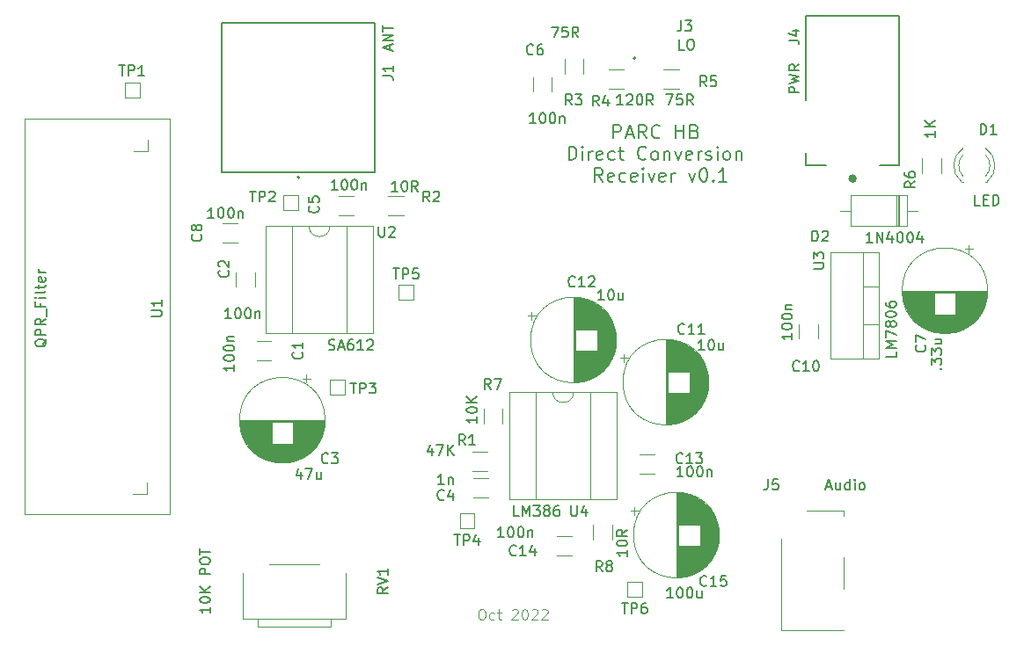
<source format=gbr>
%TF.GenerationSoftware,KiCad,Pcbnew,(6.0.7)*%
%TF.CreationDate,2022-11-04T12:42:17-04:00*%
%TF.ProjectId,DCR_MainBoard,4443525f-4d61-4696-9e42-6f6172642e6b,rev?*%
%TF.SameCoordinates,Original*%
%TF.FileFunction,Legend,Top*%
%TF.FilePolarity,Positive*%
%FSLAX46Y46*%
G04 Gerber Fmt 4.6, Leading zero omitted, Abs format (unit mm)*
G04 Created by KiCad (PCBNEW (6.0.7)) date 2022-11-04 12:42:17*
%MOMM*%
%LPD*%
G01*
G04 APERTURE LIST*
%ADD10C,0.100000*%
%ADD11C,0.200000*%
%ADD12C,0.150000*%
%ADD13C,0.120000*%
%ADD14C,0.127000*%
%ADD15C,0.400000*%
G04 APERTURE END LIST*
D10*
X67770761Y-80529180D02*
X67961238Y-80529180D01*
X68056476Y-80576800D01*
X68151714Y-80672038D01*
X68199333Y-80862514D01*
X68199333Y-81195847D01*
X68151714Y-81386323D01*
X68056476Y-81481561D01*
X67961238Y-81529180D01*
X67770761Y-81529180D01*
X67675523Y-81481561D01*
X67580285Y-81386323D01*
X67532666Y-81195847D01*
X67532666Y-80862514D01*
X67580285Y-80672038D01*
X67675523Y-80576800D01*
X67770761Y-80529180D01*
X69056476Y-81481561D02*
X68961238Y-81529180D01*
X68770761Y-81529180D01*
X68675523Y-81481561D01*
X68627904Y-81433942D01*
X68580285Y-81338704D01*
X68580285Y-81052990D01*
X68627904Y-80957752D01*
X68675523Y-80910133D01*
X68770761Y-80862514D01*
X68961238Y-80862514D01*
X69056476Y-80910133D01*
X69342190Y-80862514D02*
X69723142Y-80862514D01*
X69485047Y-80529180D02*
X69485047Y-81386323D01*
X69532666Y-81481561D01*
X69627904Y-81529180D01*
X69723142Y-81529180D01*
X70770761Y-80624419D02*
X70818380Y-80576800D01*
X70913619Y-80529180D01*
X71151714Y-80529180D01*
X71246952Y-80576800D01*
X71294571Y-80624419D01*
X71342190Y-80719657D01*
X71342190Y-80814895D01*
X71294571Y-80957752D01*
X70723142Y-81529180D01*
X71342190Y-81529180D01*
X71961238Y-80529180D02*
X72056476Y-80529180D01*
X72151714Y-80576800D01*
X72199333Y-80624419D01*
X72246952Y-80719657D01*
X72294571Y-80910133D01*
X72294571Y-81148228D01*
X72246952Y-81338704D01*
X72199333Y-81433942D01*
X72151714Y-81481561D01*
X72056476Y-81529180D01*
X71961238Y-81529180D01*
X71866000Y-81481561D01*
X71818380Y-81433942D01*
X71770761Y-81338704D01*
X71723142Y-81148228D01*
X71723142Y-80910133D01*
X71770761Y-80719657D01*
X71818380Y-80624419D01*
X71866000Y-80576800D01*
X71961238Y-80529180D01*
X72675523Y-80624419D02*
X72723142Y-80576800D01*
X72818380Y-80529180D01*
X73056476Y-80529180D01*
X73151714Y-80576800D01*
X73199333Y-80624419D01*
X73246952Y-80719657D01*
X73246952Y-80814895D01*
X73199333Y-80957752D01*
X72627904Y-81529180D01*
X73246952Y-81529180D01*
X73627904Y-80624419D02*
X73675523Y-80576800D01*
X73770761Y-80529180D01*
X74008857Y-80529180D01*
X74104095Y-80576800D01*
X74151714Y-80624419D01*
X74199333Y-80719657D01*
X74199333Y-80814895D01*
X74151714Y-80957752D01*
X73580285Y-81529180D01*
X74199333Y-81529180D01*
D11*
X80545552Y-35172695D02*
X80545552Y-33872695D01*
X81040790Y-33872695D01*
X81164600Y-33934600D01*
X81226504Y-33996504D01*
X81288409Y-34120314D01*
X81288409Y-34306028D01*
X81226504Y-34429838D01*
X81164600Y-34491742D01*
X81040790Y-34553647D01*
X80545552Y-34553647D01*
X81783647Y-34801266D02*
X82402695Y-34801266D01*
X81659838Y-35172695D02*
X82093171Y-33872695D01*
X82526504Y-35172695D01*
X83702695Y-35172695D02*
X83269361Y-34553647D01*
X82959838Y-35172695D02*
X82959838Y-33872695D01*
X83455076Y-33872695D01*
X83578885Y-33934600D01*
X83640790Y-33996504D01*
X83702695Y-34120314D01*
X83702695Y-34306028D01*
X83640790Y-34429838D01*
X83578885Y-34491742D01*
X83455076Y-34553647D01*
X82959838Y-34553647D01*
X85002695Y-35048885D02*
X84940790Y-35110790D01*
X84755076Y-35172695D01*
X84631266Y-35172695D01*
X84445552Y-35110790D01*
X84321742Y-34986980D01*
X84259838Y-34863171D01*
X84197933Y-34615552D01*
X84197933Y-34429838D01*
X84259838Y-34182219D01*
X84321742Y-34058409D01*
X84445552Y-33934600D01*
X84631266Y-33872695D01*
X84755076Y-33872695D01*
X84940790Y-33934600D01*
X85002695Y-33996504D01*
X86550314Y-35172695D02*
X86550314Y-33872695D01*
X86550314Y-34491742D02*
X87293171Y-34491742D01*
X87293171Y-35172695D02*
X87293171Y-33872695D01*
X88345552Y-34491742D02*
X88531266Y-34553647D01*
X88593171Y-34615552D01*
X88655076Y-34739361D01*
X88655076Y-34925076D01*
X88593171Y-35048885D01*
X88531266Y-35110790D01*
X88407457Y-35172695D01*
X87912219Y-35172695D01*
X87912219Y-33872695D01*
X88345552Y-33872695D01*
X88469361Y-33934600D01*
X88531266Y-33996504D01*
X88593171Y-34120314D01*
X88593171Y-34244123D01*
X88531266Y-34367933D01*
X88469361Y-34429838D01*
X88345552Y-34491742D01*
X87912219Y-34491742D01*
X76243171Y-37265695D02*
X76243171Y-35965695D01*
X76552695Y-35965695D01*
X76738409Y-36027600D01*
X76862219Y-36151409D01*
X76924123Y-36275219D01*
X76986028Y-36522838D01*
X76986028Y-36708552D01*
X76924123Y-36956171D01*
X76862219Y-37079980D01*
X76738409Y-37203790D01*
X76552695Y-37265695D01*
X76243171Y-37265695D01*
X77543171Y-37265695D02*
X77543171Y-36399028D01*
X77543171Y-35965695D02*
X77481266Y-36027600D01*
X77543171Y-36089504D01*
X77605076Y-36027600D01*
X77543171Y-35965695D01*
X77543171Y-36089504D01*
X78162219Y-37265695D02*
X78162219Y-36399028D01*
X78162219Y-36646647D02*
X78224123Y-36522838D01*
X78286028Y-36460933D01*
X78409838Y-36399028D01*
X78533647Y-36399028D01*
X79462219Y-37203790D02*
X79338409Y-37265695D01*
X79090790Y-37265695D01*
X78966980Y-37203790D01*
X78905076Y-37079980D01*
X78905076Y-36584742D01*
X78966980Y-36460933D01*
X79090790Y-36399028D01*
X79338409Y-36399028D01*
X79462219Y-36460933D01*
X79524123Y-36584742D01*
X79524123Y-36708552D01*
X78905076Y-36832361D01*
X80638409Y-37203790D02*
X80514600Y-37265695D01*
X80266980Y-37265695D01*
X80143171Y-37203790D01*
X80081266Y-37141885D01*
X80019361Y-37018076D01*
X80019361Y-36646647D01*
X80081266Y-36522838D01*
X80143171Y-36460933D01*
X80266980Y-36399028D01*
X80514600Y-36399028D01*
X80638409Y-36460933D01*
X81009838Y-36399028D02*
X81505076Y-36399028D01*
X81195552Y-35965695D02*
X81195552Y-37079980D01*
X81257457Y-37203790D01*
X81381266Y-37265695D01*
X81505076Y-37265695D01*
X83671742Y-37141885D02*
X83609838Y-37203790D01*
X83424123Y-37265695D01*
X83300314Y-37265695D01*
X83114600Y-37203790D01*
X82990790Y-37079980D01*
X82928885Y-36956171D01*
X82866980Y-36708552D01*
X82866980Y-36522838D01*
X82928885Y-36275219D01*
X82990790Y-36151409D01*
X83114600Y-36027600D01*
X83300314Y-35965695D01*
X83424123Y-35965695D01*
X83609838Y-36027600D01*
X83671742Y-36089504D01*
X84414600Y-37265695D02*
X84290790Y-37203790D01*
X84228885Y-37141885D01*
X84166980Y-37018076D01*
X84166980Y-36646647D01*
X84228885Y-36522838D01*
X84290790Y-36460933D01*
X84414600Y-36399028D01*
X84600314Y-36399028D01*
X84724123Y-36460933D01*
X84786028Y-36522838D01*
X84847933Y-36646647D01*
X84847933Y-37018076D01*
X84786028Y-37141885D01*
X84724123Y-37203790D01*
X84600314Y-37265695D01*
X84414600Y-37265695D01*
X85405076Y-36399028D02*
X85405076Y-37265695D01*
X85405076Y-36522838D02*
X85466980Y-36460933D01*
X85590790Y-36399028D01*
X85776504Y-36399028D01*
X85900314Y-36460933D01*
X85962219Y-36584742D01*
X85962219Y-37265695D01*
X86457457Y-36399028D02*
X86766980Y-37265695D01*
X87076504Y-36399028D01*
X88066980Y-37203790D02*
X87943171Y-37265695D01*
X87695552Y-37265695D01*
X87571742Y-37203790D01*
X87509838Y-37079980D01*
X87509838Y-36584742D01*
X87571742Y-36460933D01*
X87695552Y-36399028D01*
X87943171Y-36399028D01*
X88066980Y-36460933D01*
X88128885Y-36584742D01*
X88128885Y-36708552D01*
X87509838Y-36832361D01*
X88686028Y-37265695D02*
X88686028Y-36399028D01*
X88686028Y-36646647D02*
X88747933Y-36522838D01*
X88809838Y-36460933D01*
X88933647Y-36399028D01*
X89057457Y-36399028D01*
X89428885Y-37203790D02*
X89552695Y-37265695D01*
X89800314Y-37265695D01*
X89924123Y-37203790D01*
X89986028Y-37079980D01*
X89986028Y-37018076D01*
X89924123Y-36894266D01*
X89800314Y-36832361D01*
X89614600Y-36832361D01*
X89490790Y-36770457D01*
X89428885Y-36646647D01*
X89428885Y-36584742D01*
X89490790Y-36460933D01*
X89614600Y-36399028D01*
X89800314Y-36399028D01*
X89924123Y-36460933D01*
X90543171Y-37265695D02*
X90543171Y-36399028D01*
X90543171Y-35965695D02*
X90481266Y-36027600D01*
X90543171Y-36089504D01*
X90605076Y-36027600D01*
X90543171Y-35965695D01*
X90543171Y-36089504D01*
X91347933Y-37265695D02*
X91224123Y-37203790D01*
X91162219Y-37141885D01*
X91100314Y-37018076D01*
X91100314Y-36646647D01*
X91162219Y-36522838D01*
X91224123Y-36460933D01*
X91347933Y-36399028D01*
X91533647Y-36399028D01*
X91657457Y-36460933D01*
X91719361Y-36522838D01*
X91781266Y-36646647D01*
X91781266Y-37018076D01*
X91719361Y-37141885D01*
X91657457Y-37203790D01*
X91533647Y-37265695D01*
X91347933Y-37265695D01*
X92338409Y-36399028D02*
X92338409Y-37265695D01*
X92338409Y-36522838D02*
X92400314Y-36460933D01*
X92524123Y-36399028D01*
X92709838Y-36399028D01*
X92833647Y-36460933D01*
X92895552Y-36584742D01*
X92895552Y-37265695D01*
X79493171Y-39358695D02*
X79059838Y-38739647D01*
X78750314Y-39358695D02*
X78750314Y-38058695D01*
X79245552Y-38058695D01*
X79369361Y-38120600D01*
X79431266Y-38182504D01*
X79493171Y-38306314D01*
X79493171Y-38492028D01*
X79431266Y-38615838D01*
X79369361Y-38677742D01*
X79245552Y-38739647D01*
X78750314Y-38739647D01*
X80545552Y-39296790D02*
X80421742Y-39358695D01*
X80174123Y-39358695D01*
X80050314Y-39296790D01*
X79988409Y-39172980D01*
X79988409Y-38677742D01*
X80050314Y-38553933D01*
X80174123Y-38492028D01*
X80421742Y-38492028D01*
X80545552Y-38553933D01*
X80607457Y-38677742D01*
X80607457Y-38801552D01*
X79988409Y-38925361D01*
X81721742Y-39296790D02*
X81597933Y-39358695D01*
X81350314Y-39358695D01*
X81226504Y-39296790D01*
X81164600Y-39234885D01*
X81102695Y-39111076D01*
X81102695Y-38739647D01*
X81164600Y-38615838D01*
X81226504Y-38553933D01*
X81350314Y-38492028D01*
X81597933Y-38492028D01*
X81721742Y-38553933D01*
X82774123Y-39296790D02*
X82650314Y-39358695D01*
X82402695Y-39358695D01*
X82278885Y-39296790D01*
X82216980Y-39172980D01*
X82216980Y-38677742D01*
X82278885Y-38553933D01*
X82402695Y-38492028D01*
X82650314Y-38492028D01*
X82774123Y-38553933D01*
X82836028Y-38677742D01*
X82836028Y-38801552D01*
X82216980Y-38925361D01*
X83393171Y-39358695D02*
X83393171Y-38492028D01*
X83393171Y-38058695D02*
X83331266Y-38120600D01*
X83393171Y-38182504D01*
X83455076Y-38120600D01*
X83393171Y-38058695D01*
X83393171Y-38182504D01*
X83888409Y-38492028D02*
X84197933Y-39358695D01*
X84507457Y-38492028D01*
X85497933Y-39296790D02*
X85374123Y-39358695D01*
X85126504Y-39358695D01*
X85002695Y-39296790D01*
X84940790Y-39172980D01*
X84940790Y-38677742D01*
X85002695Y-38553933D01*
X85126504Y-38492028D01*
X85374123Y-38492028D01*
X85497933Y-38553933D01*
X85559838Y-38677742D01*
X85559838Y-38801552D01*
X84940790Y-38925361D01*
X86116980Y-39358695D02*
X86116980Y-38492028D01*
X86116980Y-38739647D02*
X86178885Y-38615838D01*
X86240790Y-38553933D01*
X86364600Y-38492028D01*
X86488409Y-38492028D01*
X87788409Y-38492028D02*
X88097933Y-39358695D01*
X88407457Y-38492028D01*
X89150314Y-38058695D02*
X89274123Y-38058695D01*
X89397933Y-38120600D01*
X89459838Y-38182504D01*
X89521742Y-38306314D01*
X89583647Y-38553933D01*
X89583647Y-38863457D01*
X89521742Y-39111076D01*
X89459838Y-39234885D01*
X89397933Y-39296790D01*
X89274123Y-39358695D01*
X89150314Y-39358695D01*
X89026504Y-39296790D01*
X88964600Y-39234885D01*
X88902695Y-39111076D01*
X88840790Y-38863457D01*
X88840790Y-38553933D01*
X88902695Y-38306314D01*
X88964600Y-38182504D01*
X89026504Y-38120600D01*
X89150314Y-38058695D01*
X90140790Y-39234885D02*
X90202695Y-39296790D01*
X90140790Y-39358695D01*
X90078885Y-39296790D01*
X90140790Y-39234885D01*
X90140790Y-39358695D01*
X91440790Y-39358695D02*
X90697933Y-39358695D01*
X91069361Y-39358695D02*
X91069361Y-38058695D01*
X90945552Y-38244409D01*
X90821742Y-38368219D01*
X90697933Y-38430123D01*
D12*
%TO.C,C7*%
X110506142Y-55118515D02*
X110553761Y-55166134D01*
X110601380Y-55308991D01*
X110601380Y-55404229D01*
X110553761Y-55547087D01*
X110458523Y-55642325D01*
X110363285Y-55689944D01*
X110172809Y-55737563D01*
X110029952Y-55737563D01*
X109839476Y-55689944D01*
X109744238Y-55642325D01*
X109649000Y-55547087D01*
X109601380Y-55404229D01*
X109601380Y-55308991D01*
X109649000Y-55166134D01*
X109696619Y-55118515D01*
X109601380Y-54785182D02*
X109601380Y-54118515D01*
X110601380Y-54547087D01*
X112030142Y-57372610D02*
X112077761Y-57324991D01*
X112125380Y-57372610D01*
X112077761Y-57420229D01*
X112030142Y-57372610D01*
X112125380Y-57372610D01*
X111125380Y-56991658D02*
X111125380Y-56372610D01*
X111506333Y-56705944D01*
X111506333Y-56563087D01*
X111553952Y-56467849D01*
X111601571Y-56420229D01*
X111696809Y-56372610D01*
X111934904Y-56372610D01*
X112030142Y-56420229D01*
X112077761Y-56467849D01*
X112125380Y-56563087D01*
X112125380Y-56848801D01*
X112077761Y-56944039D01*
X112030142Y-56991658D01*
X111125380Y-56039277D02*
X111125380Y-55420229D01*
X111506333Y-55753563D01*
X111506333Y-55610706D01*
X111553952Y-55515468D01*
X111601571Y-55467849D01*
X111696809Y-55420229D01*
X111934904Y-55420229D01*
X112030142Y-55467849D01*
X112077761Y-55515468D01*
X112125380Y-55610706D01*
X112125380Y-55896420D01*
X112077761Y-55991658D01*
X112030142Y-56039277D01*
X111458714Y-54563087D02*
X112125380Y-54563087D01*
X111458714Y-54991658D02*
X111982523Y-54991658D01*
X112077761Y-54944039D01*
X112125380Y-54848801D01*
X112125380Y-54705944D01*
X112077761Y-54610706D01*
X112030142Y-54563087D01*
%TO.C,C11*%
X87367793Y-53941142D02*
X87320174Y-53988761D01*
X87177317Y-54036380D01*
X87082079Y-54036380D01*
X86939222Y-53988761D01*
X86843984Y-53893523D01*
X86796365Y-53798285D01*
X86748746Y-53607809D01*
X86748746Y-53464952D01*
X86796365Y-53274476D01*
X86843984Y-53179238D01*
X86939222Y-53084000D01*
X87082079Y-53036380D01*
X87177317Y-53036380D01*
X87320174Y-53084000D01*
X87367793Y-53131619D01*
X88320174Y-54036380D02*
X87748746Y-54036380D01*
X88034460Y-54036380D02*
X88034460Y-53036380D01*
X87939222Y-53179238D01*
X87843984Y-53274476D01*
X87748746Y-53322095D01*
X89272555Y-54036380D02*
X88701127Y-54036380D01*
X88986841Y-54036380D02*
X88986841Y-53036380D01*
X88891603Y-53179238D01*
X88796365Y-53274476D01*
X88701127Y-53322095D01*
X89273142Y-55570380D02*
X88701714Y-55570380D01*
X88987428Y-55570380D02*
X88987428Y-54570380D01*
X88892190Y-54713238D01*
X88796952Y-54808476D01*
X88701714Y-54856095D01*
X89892190Y-54570380D02*
X89987428Y-54570380D01*
X90082666Y-54618000D01*
X90130285Y-54665619D01*
X90177904Y-54760857D01*
X90225523Y-54951333D01*
X90225523Y-55189428D01*
X90177904Y-55379904D01*
X90130285Y-55475142D01*
X90082666Y-55522761D01*
X89987428Y-55570380D01*
X89892190Y-55570380D01*
X89796952Y-55522761D01*
X89749333Y-55475142D01*
X89701714Y-55379904D01*
X89654095Y-55189428D01*
X89654095Y-54951333D01*
X89701714Y-54760857D01*
X89749333Y-54665619D01*
X89796952Y-54618000D01*
X89892190Y-54570380D01*
X91082666Y-54903714D02*
X91082666Y-55570380D01*
X90654095Y-54903714D02*
X90654095Y-55427523D01*
X90701714Y-55522761D01*
X90796952Y-55570380D01*
X90939809Y-55570380D01*
X91035047Y-55522761D01*
X91082666Y-55475142D01*
%TO.C,C8*%
X40819342Y-44438866D02*
X40866961Y-44486485D01*
X40914580Y-44629342D01*
X40914580Y-44724580D01*
X40866961Y-44867438D01*
X40771723Y-44962676D01*
X40676485Y-45010295D01*
X40486009Y-45057914D01*
X40343152Y-45057914D01*
X40152676Y-45010295D01*
X40057438Y-44962676D01*
X39962200Y-44867438D01*
X39914580Y-44724580D01*
X39914580Y-44629342D01*
X39962200Y-44486485D01*
X40009819Y-44438866D01*
X40343152Y-43867438D02*
X40295533Y-43962676D01*
X40247914Y-44010295D01*
X40152676Y-44057914D01*
X40105057Y-44057914D01*
X40009819Y-44010295D01*
X39962200Y-43962676D01*
X39914580Y-43867438D01*
X39914580Y-43676961D01*
X39962200Y-43581723D01*
X40009819Y-43534104D01*
X40105057Y-43486485D01*
X40152676Y-43486485D01*
X40247914Y-43534104D01*
X40295533Y-43581723D01*
X40343152Y-43676961D01*
X40343152Y-43867438D01*
X40390771Y-43962676D01*
X40438390Y-44010295D01*
X40533628Y-44057914D01*
X40724104Y-44057914D01*
X40819342Y-44010295D01*
X40866961Y-43962676D01*
X40914580Y-43867438D01*
X40914580Y-43676961D01*
X40866961Y-43581723D01*
X40819342Y-43534104D01*
X40724104Y-43486485D01*
X40533628Y-43486485D01*
X40438390Y-43534104D01*
X40390771Y-43581723D01*
X40343152Y-43676961D01*
X42086352Y-42844980D02*
X41514923Y-42844980D01*
X41800638Y-42844980D02*
X41800638Y-41844980D01*
X41705400Y-41987838D01*
X41610161Y-42083076D01*
X41514923Y-42130695D01*
X42705400Y-41844980D02*
X42800638Y-41844980D01*
X42895876Y-41892600D01*
X42943495Y-41940219D01*
X42991114Y-42035457D01*
X43038733Y-42225933D01*
X43038733Y-42464028D01*
X42991114Y-42654504D01*
X42943495Y-42749742D01*
X42895876Y-42797361D01*
X42800638Y-42844980D01*
X42705400Y-42844980D01*
X42610161Y-42797361D01*
X42562542Y-42749742D01*
X42514923Y-42654504D01*
X42467304Y-42464028D01*
X42467304Y-42225933D01*
X42514923Y-42035457D01*
X42562542Y-41940219D01*
X42610161Y-41892600D01*
X42705400Y-41844980D01*
X43657780Y-41844980D02*
X43753019Y-41844980D01*
X43848257Y-41892600D01*
X43895876Y-41940219D01*
X43943495Y-42035457D01*
X43991114Y-42225933D01*
X43991114Y-42464028D01*
X43943495Y-42654504D01*
X43895876Y-42749742D01*
X43848257Y-42797361D01*
X43753019Y-42844980D01*
X43657780Y-42844980D01*
X43562542Y-42797361D01*
X43514923Y-42749742D01*
X43467304Y-42654504D01*
X43419685Y-42464028D01*
X43419685Y-42225933D01*
X43467304Y-42035457D01*
X43514923Y-41940219D01*
X43562542Y-41892600D01*
X43657780Y-41844980D01*
X44419685Y-42178314D02*
X44419685Y-42844980D01*
X44419685Y-42273552D02*
X44467304Y-42225933D01*
X44562542Y-42178314D01*
X44705400Y-42178314D01*
X44800638Y-42225933D01*
X44848257Y-42321171D01*
X44848257Y-42844980D01*
%TO.C,J4*%
X97408928Y-25733609D02*
X98123804Y-25733609D01*
X98266779Y-25781267D01*
X98362096Y-25876584D01*
X98409755Y-26019559D01*
X98409755Y-26114876D01*
X97742537Y-24828098D02*
X98409755Y-24828098D01*
X97361269Y-25066391D02*
X98076146Y-25304683D01*
X98076146Y-24685123D01*
X98409915Y-30769408D02*
X97408734Y-30769408D01*
X97408734Y-30388005D01*
X97456409Y-30292655D01*
X97504084Y-30244979D01*
X97599435Y-30197304D01*
X97742461Y-30197304D01*
X97837811Y-30244979D01*
X97885487Y-30292655D01*
X97933162Y-30388005D01*
X97933162Y-30769408D01*
X97408734Y-29863577D02*
X98409915Y-29625201D01*
X97694785Y-29434500D01*
X98409915Y-29243798D01*
X97408734Y-29005422D01*
X98409915Y-28051916D02*
X97933162Y-28385643D01*
X98409915Y-28624020D02*
X97408734Y-28624020D01*
X97408734Y-28242617D01*
X97456409Y-28147267D01*
X97504084Y-28099592D01*
X97599435Y-28051916D01*
X97742461Y-28051916D01*
X97837811Y-28099592D01*
X97885487Y-28147267D01*
X97933162Y-28242617D01*
X97933162Y-28624020D01*
%TO.C,R7*%
X68743533Y-59329580D02*
X68410200Y-58853390D01*
X68172104Y-59329580D02*
X68172104Y-58329580D01*
X68553057Y-58329580D01*
X68648295Y-58377200D01*
X68695914Y-58424819D01*
X68743533Y-58520057D01*
X68743533Y-58662914D01*
X68695914Y-58758152D01*
X68648295Y-58805771D01*
X68553057Y-58853390D01*
X68172104Y-58853390D01*
X69076866Y-58329580D02*
X69743533Y-58329580D01*
X69314961Y-59329580D01*
X67406780Y-62006076D02*
X67406780Y-62577504D01*
X67406780Y-62291790D02*
X66406780Y-62291790D01*
X66549638Y-62387028D01*
X66644876Y-62482266D01*
X66692495Y-62577504D01*
X66406780Y-61387028D02*
X66406780Y-61291790D01*
X66454400Y-61196552D01*
X66502019Y-61148933D01*
X66597257Y-61101314D01*
X66787733Y-61053695D01*
X67025828Y-61053695D01*
X67216304Y-61101314D01*
X67311542Y-61148933D01*
X67359161Y-61196552D01*
X67406780Y-61291790D01*
X67406780Y-61387028D01*
X67359161Y-61482266D01*
X67311542Y-61529885D01*
X67216304Y-61577504D01*
X67025828Y-61625123D01*
X66787733Y-61625123D01*
X66597257Y-61577504D01*
X66502019Y-61529885D01*
X66454400Y-61482266D01*
X66406780Y-61387028D01*
X67406780Y-60625123D02*
X66406780Y-60625123D01*
X67406780Y-60053695D02*
X66835352Y-60482266D01*
X66406780Y-60053695D02*
X66978209Y-60625123D01*
%TO.C,R4*%
X79130333Y-32049980D02*
X78797000Y-31573790D01*
X78558904Y-32049980D02*
X78558904Y-31049980D01*
X78939857Y-31049980D01*
X79035095Y-31097600D01*
X79082714Y-31145219D01*
X79130333Y-31240457D01*
X79130333Y-31383314D01*
X79082714Y-31478552D01*
X79035095Y-31526171D01*
X78939857Y-31573790D01*
X78558904Y-31573790D01*
X79987476Y-31383314D02*
X79987476Y-32049980D01*
X79749380Y-31002361D02*
X79511285Y-31716647D01*
X80130333Y-31716647D01*
X81432333Y-31948380D02*
X80860904Y-31948380D01*
X81146619Y-31948380D02*
X81146619Y-30948380D01*
X81051380Y-31091238D01*
X80956142Y-31186476D01*
X80860904Y-31234095D01*
X81813285Y-31043619D02*
X81860904Y-30996000D01*
X81956142Y-30948380D01*
X82194238Y-30948380D01*
X82289476Y-30996000D01*
X82337095Y-31043619D01*
X82384714Y-31138857D01*
X82384714Y-31234095D01*
X82337095Y-31376952D01*
X81765666Y-31948380D01*
X82384714Y-31948380D01*
X83003761Y-30948380D02*
X83099000Y-30948380D01*
X83194238Y-30996000D01*
X83241857Y-31043619D01*
X83289476Y-31138857D01*
X83337095Y-31329333D01*
X83337095Y-31567428D01*
X83289476Y-31757904D01*
X83241857Y-31853142D01*
X83194238Y-31900761D01*
X83099000Y-31948380D01*
X83003761Y-31948380D01*
X82908523Y-31900761D01*
X82860904Y-31853142D01*
X82813285Y-31757904D01*
X82765666Y-31567428D01*
X82765666Y-31329333D01*
X82813285Y-31138857D01*
X82860904Y-31043619D01*
X82908523Y-30996000D01*
X83003761Y-30948380D01*
X84337095Y-31948380D02*
X84003761Y-31472190D01*
X83765666Y-31948380D02*
X83765666Y-30948380D01*
X84146619Y-30948380D01*
X84241857Y-30996000D01*
X84289476Y-31043619D01*
X84337095Y-31138857D01*
X84337095Y-31281714D01*
X84289476Y-31376952D01*
X84241857Y-31424571D01*
X84146619Y-31472190D01*
X83765666Y-31472190D01*
%TO.C,C2*%
X43435542Y-47918666D02*
X43483161Y-47966285D01*
X43530780Y-48109142D01*
X43530780Y-48204380D01*
X43483161Y-48347238D01*
X43387923Y-48442476D01*
X43292685Y-48490095D01*
X43102209Y-48537714D01*
X42959352Y-48537714D01*
X42768876Y-48490095D01*
X42673638Y-48442476D01*
X42578400Y-48347238D01*
X42530780Y-48204380D01*
X42530780Y-48109142D01*
X42578400Y-47966285D01*
X42626019Y-47918666D01*
X42626019Y-47537714D02*
X42578400Y-47490095D01*
X42530780Y-47394857D01*
X42530780Y-47156761D01*
X42578400Y-47061523D01*
X42626019Y-47013904D01*
X42721257Y-46966285D01*
X42816495Y-46966285D01*
X42959352Y-47013904D01*
X43530780Y-47585333D01*
X43530780Y-46966285D01*
X43737352Y-52522380D02*
X43165923Y-52522380D01*
X43451638Y-52522380D02*
X43451638Y-51522380D01*
X43356400Y-51665238D01*
X43261161Y-51760476D01*
X43165923Y-51808095D01*
X44356400Y-51522380D02*
X44451638Y-51522380D01*
X44546876Y-51570000D01*
X44594495Y-51617619D01*
X44642114Y-51712857D01*
X44689733Y-51903333D01*
X44689733Y-52141428D01*
X44642114Y-52331904D01*
X44594495Y-52427142D01*
X44546876Y-52474761D01*
X44451638Y-52522380D01*
X44356400Y-52522380D01*
X44261161Y-52474761D01*
X44213542Y-52427142D01*
X44165923Y-52331904D01*
X44118304Y-52141428D01*
X44118304Y-51903333D01*
X44165923Y-51712857D01*
X44213542Y-51617619D01*
X44261161Y-51570000D01*
X44356400Y-51522380D01*
X45308780Y-51522380D02*
X45404019Y-51522380D01*
X45499257Y-51570000D01*
X45546876Y-51617619D01*
X45594495Y-51712857D01*
X45642114Y-51903333D01*
X45642114Y-52141428D01*
X45594495Y-52331904D01*
X45546876Y-52427142D01*
X45499257Y-52474761D01*
X45404019Y-52522380D01*
X45308780Y-52522380D01*
X45213542Y-52474761D01*
X45165923Y-52427142D01*
X45118304Y-52331904D01*
X45070685Y-52141428D01*
X45070685Y-51903333D01*
X45118304Y-51712857D01*
X45165923Y-51617619D01*
X45213542Y-51570000D01*
X45308780Y-51522380D01*
X46070685Y-51855714D02*
X46070685Y-52522380D01*
X46070685Y-51950952D02*
X46118304Y-51903333D01*
X46213542Y-51855714D01*
X46356400Y-51855714D01*
X46451638Y-51903333D01*
X46499257Y-51998571D01*
X46499257Y-52522380D01*
%TO.C,RV1*%
X58811380Y-78433238D02*
X58335190Y-78766571D01*
X58811380Y-79004666D02*
X57811380Y-79004666D01*
X57811380Y-78623714D01*
X57859000Y-78528476D01*
X57906619Y-78480857D01*
X58001857Y-78433238D01*
X58144714Y-78433238D01*
X58239952Y-78480857D01*
X58287571Y-78528476D01*
X58335190Y-78623714D01*
X58335190Y-79004666D01*
X57811380Y-78147523D02*
X58811380Y-77814190D01*
X57811380Y-77480857D01*
X58811380Y-76623714D02*
X58811380Y-77195142D01*
X58811380Y-76909428D02*
X57811380Y-76909428D01*
X57954238Y-77004666D01*
X58049476Y-77099904D01*
X58097095Y-77195142D01*
X41711380Y-80314190D02*
X41711380Y-80885619D01*
X41711380Y-80599904D02*
X40711380Y-80599904D01*
X40854238Y-80695142D01*
X40949476Y-80790380D01*
X40997095Y-80885619D01*
X40711380Y-79695142D02*
X40711380Y-79599904D01*
X40759000Y-79504666D01*
X40806619Y-79457047D01*
X40901857Y-79409428D01*
X41092333Y-79361809D01*
X41330428Y-79361809D01*
X41520904Y-79409428D01*
X41616142Y-79457047D01*
X41663761Y-79504666D01*
X41711380Y-79599904D01*
X41711380Y-79695142D01*
X41663761Y-79790380D01*
X41616142Y-79838000D01*
X41520904Y-79885619D01*
X41330428Y-79933238D01*
X41092333Y-79933238D01*
X40901857Y-79885619D01*
X40806619Y-79838000D01*
X40759000Y-79790380D01*
X40711380Y-79695142D01*
X41711380Y-78933238D02*
X40711380Y-78933238D01*
X41711380Y-78361809D02*
X41139952Y-78790380D01*
X40711380Y-78361809D02*
X41282809Y-78933238D01*
X41711380Y-77171333D02*
X40711380Y-77171333D01*
X40711380Y-76790380D01*
X40759000Y-76695142D01*
X40806619Y-76647523D01*
X40901857Y-76599904D01*
X41044714Y-76599904D01*
X41139952Y-76647523D01*
X41187571Y-76695142D01*
X41235190Y-76790380D01*
X41235190Y-77171333D01*
X40711380Y-75980857D02*
X40711380Y-75790380D01*
X40759000Y-75695142D01*
X40854238Y-75599904D01*
X41044714Y-75552285D01*
X41378047Y-75552285D01*
X41568523Y-75599904D01*
X41663761Y-75695142D01*
X41711380Y-75790380D01*
X41711380Y-75980857D01*
X41663761Y-76076095D01*
X41568523Y-76171333D01*
X41378047Y-76218952D01*
X41044714Y-76218952D01*
X40854238Y-76171333D01*
X40759000Y-76076095D01*
X40711380Y-75980857D01*
X40711380Y-75266571D02*
X40711380Y-74695142D01*
X41711380Y-74980857D02*
X40711380Y-74980857D01*
%TO.C,U4*%
X76444095Y-70562380D02*
X76444095Y-71371904D01*
X76491714Y-71467142D01*
X76539333Y-71514761D01*
X76634571Y-71562380D01*
X76825047Y-71562380D01*
X76920285Y-71514761D01*
X76967904Y-71467142D01*
X77015523Y-71371904D01*
X77015523Y-70562380D01*
X77920285Y-70895714D02*
X77920285Y-71562380D01*
X77682190Y-70514761D02*
X77444095Y-71229047D01*
X78063142Y-71229047D01*
X71451523Y-71562380D02*
X70975333Y-71562380D01*
X70975333Y-70562380D01*
X71784857Y-71562380D02*
X71784857Y-70562380D01*
X72118190Y-71276666D01*
X72451523Y-70562380D01*
X72451523Y-71562380D01*
X72832476Y-70562380D02*
X73451523Y-70562380D01*
X73118190Y-70943333D01*
X73261047Y-70943333D01*
X73356285Y-70990952D01*
X73403904Y-71038571D01*
X73451523Y-71133809D01*
X73451523Y-71371904D01*
X73403904Y-71467142D01*
X73356285Y-71514761D01*
X73261047Y-71562380D01*
X72975333Y-71562380D01*
X72880095Y-71514761D01*
X72832476Y-71467142D01*
X74022952Y-70990952D02*
X73927714Y-70943333D01*
X73880095Y-70895714D01*
X73832476Y-70800476D01*
X73832476Y-70752857D01*
X73880095Y-70657619D01*
X73927714Y-70610000D01*
X74022952Y-70562380D01*
X74213428Y-70562380D01*
X74308666Y-70610000D01*
X74356285Y-70657619D01*
X74403904Y-70752857D01*
X74403904Y-70800476D01*
X74356285Y-70895714D01*
X74308666Y-70943333D01*
X74213428Y-70990952D01*
X74022952Y-70990952D01*
X73927714Y-71038571D01*
X73880095Y-71086190D01*
X73832476Y-71181428D01*
X73832476Y-71371904D01*
X73880095Y-71467142D01*
X73927714Y-71514761D01*
X74022952Y-71562380D01*
X74213428Y-71562380D01*
X74308666Y-71514761D01*
X74356285Y-71467142D01*
X74403904Y-71371904D01*
X74403904Y-71181428D01*
X74356285Y-71086190D01*
X74308666Y-71038571D01*
X74213428Y-70990952D01*
X75261047Y-70562380D02*
X75070571Y-70562380D01*
X74975333Y-70610000D01*
X74927714Y-70657619D01*
X74832476Y-70800476D01*
X74784857Y-70990952D01*
X74784857Y-71371904D01*
X74832476Y-71467142D01*
X74880095Y-71514761D01*
X74975333Y-71562380D01*
X75165809Y-71562380D01*
X75261047Y-71514761D01*
X75308666Y-71467142D01*
X75356285Y-71371904D01*
X75356285Y-71133809D01*
X75308666Y-71038571D01*
X75261047Y-70990952D01*
X75165809Y-70943333D01*
X74975333Y-70943333D01*
X74880095Y-70990952D01*
X74832476Y-71038571D01*
X74784857Y-71133809D01*
%TO.C,U3*%
X99782380Y-47722404D02*
X100591904Y-47722404D01*
X100687142Y-47674785D01*
X100734761Y-47627166D01*
X100782380Y-47531928D01*
X100782380Y-47341452D01*
X100734761Y-47246214D01*
X100687142Y-47198595D01*
X100591904Y-47150976D01*
X99782380Y-47150976D01*
X99782380Y-46770023D02*
X99782380Y-46150976D01*
X100163333Y-46484309D01*
X100163333Y-46341452D01*
X100210952Y-46246214D01*
X100258571Y-46198595D01*
X100353809Y-46150976D01*
X100591904Y-46150976D01*
X100687142Y-46198595D01*
X100734761Y-46246214D01*
X100782380Y-46341452D01*
X100782380Y-46627166D01*
X100734761Y-46722404D01*
X100687142Y-46770023D01*
X107736380Y-55731166D02*
X107736380Y-56207357D01*
X106736380Y-56207357D01*
X107736380Y-55397833D02*
X106736380Y-55397833D01*
X107450666Y-55064500D01*
X106736380Y-54731166D01*
X107736380Y-54731166D01*
X106736380Y-54350214D02*
X106736380Y-53683547D01*
X107736380Y-54112119D01*
X107164952Y-53159738D02*
X107117333Y-53254976D01*
X107069714Y-53302595D01*
X106974476Y-53350214D01*
X106926857Y-53350214D01*
X106831619Y-53302595D01*
X106784000Y-53254976D01*
X106736380Y-53159738D01*
X106736380Y-52969261D01*
X106784000Y-52874023D01*
X106831619Y-52826404D01*
X106926857Y-52778785D01*
X106974476Y-52778785D01*
X107069714Y-52826404D01*
X107117333Y-52874023D01*
X107164952Y-52969261D01*
X107164952Y-53159738D01*
X107212571Y-53254976D01*
X107260190Y-53302595D01*
X107355428Y-53350214D01*
X107545904Y-53350214D01*
X107641142Y-53302595D01*
X107688761Y-53254976D01*
X107736380Y-53159738D01*
X107736380Y-52969261D01*
X107688761Y-52874023D01*
X107641142Y-52826404D01*
X107545904Y-52778785D01*
X107355428Y-52778785D01*
X107260190Y-52826404D01*
X107212571Y-52874023D01*
X107164952Y-52969261D01*
X106736380Y-52159738D02*
X106736380Y-52064500D01*
X106784000Y-51969261D01*
X106831619Y-51921642D01*
X106926857Y-51874023D01*
X107117333Y-51826404D01*
X107355428Y-51826404D01*
X107545904Y-51874023D01*
X107641142Y-51921642D01*
X107688761Y-51969261D01*
X107736380Y-52064500D01*
X107736380Y-52159738D01*
X107688761Y-52254976D01*
X107641142Y-52302595D01*
X107545904Y-52350214D01*
X107355428Y-52397833D01*
X107117333Y-52397833D01*
X106926857Y-52350214D01*
X106831619Y-52302595D01*
X106784000Y-52254976D01*
X106736380Y-52159738D01*
X106736380Y-50969261D02*
X106736380Y-51159738D01*
X106784000Y-51254976D01*
X106831619Y-51302595D01*
X106974476Y-51397833D01*
X107164952Y-51445452D01*
X107545904Y-51445452D01*
X107641142Y-51397833D01*
X107688761Y-51350214D01*
X107736380Y-51254976D01*
X107736380Y-51064500D01*
X107688761Y-50969261D01*
X107641142Y-50921642D01*
X107545904Y-50874023D01*
X107307809Y-50874023D01*
X107212571Y-50921642D01*
X107164952Y-50969261D01*
X107117333Y-51064500D01*
X107117333Y-51254976D01*
X107164952Y-51350214D01*
X107212571Y-51397833D01*
X107307809Y-51445452D01*
%TO.C,R8*%
X79461984Y-76896380D02*
X79128651Y-76420190D01*
X78890555Y-76896380D02*
X78890555Y-75896380D01*
X79271508Y-75896380D01*
X79366746Y-75944000D01*
X79414365Y-75991619D01*
X79461984Y-76086857D01*
X79461984Y-76229714D01*
X79414365Y-76324952D01*
X79366746Y-76372571D01*
X79271508Y-76420190D01*
X78890555Y-76420190D01*
X80033412Y-76324952D02*
X79938174Y-76277333D01*
X79890555Y-76229714D01*
X79842936Y-76134476D01*
X79842936Y-76086857D01*
X79890555Y-75991619D01*
X79938174Y-75944000D01*
X80033412Y-75896380D01*
X80223889Y-75896380D01*
X80319127Y-75944000D01*
X80366746Y-75991619D01*
X80414365Y-76086857D01*
X80414365Y-76134476D01*
X80366746Y-76229714D01*
X80319127Y-76277333D01*
X80223889Y-76324952D01*
X80033412Y-76324952D01*
X79938174Y-76372571D01*
X79890555Y-76420190D01*
X79842936Y-76515428D01*
X79842936Y-76705904D01*
X79890555Y-76801142D01*
X79938174Y-76848761D01*
X80033412Y-76896380D01*
X80223889Y-76896380D01*
X80319127Y-76848761D01*
X80366746Y-76801142D01*
X80414365Y-76705904D01*
X80414365Y-76515428D01*
X80366746Y-76420190D01*
X80319127Y-76372571D01*
X80223889Y-76324952D01*
X81859031Y-74848476D02*
X81859031Y-75419904D01*
X81859031Y-75134190D02*
X80859031Y-75134190D01*
X81001889Y-75229428D01*
X81097127Y-75324666D01*
X81144746Y-75419904D01*
X80859031Y-74229428D02*
X80859031Y-74134190D01*
X80906651Y-74038952D01*
X80954270Y-73991333D01*
X81049508Y-73943714D01*
X81239984Y-73896095D01*
X81478079Y-73896095D01*
X81668555Y-73943714D01*
X81763793Y-73991333D01*
X81811412Y-74038952D01*
X81859031Y-74134190D01*
X81859031Y-74229428D01*
X81811412Y-74324666D01*
X81763793Y-74372285D01*
X81668555Y-74419904D01*
X81478079Y-74467523D01*
X81239984Y-74467523D01*
X81049508Y-74419904D01*
X80954270Y-74372285D01*
X80906651Y-74324666D01*
X80859031Y-74229428D01*
X81859031Y-72896095D02*
X81382841Y-73229428D01*
X81859031Y-73467523D02*
X80859031Y-73467523D01*
X80859031Y-73086571D01*
X80906651Y-72991333D01*
X80954270Y-72943714D01*
X81049508Y-72896095D01*
X81192365Y-72896095D01*
X81287603Y-72943714D01*
X81335222Y-72991333D01*
X81382841Y-73086571D01*
X81382841Y-73467523D01*
%TO.C,C15*%
X89501742Y-78208142D02*
X89454123Y-78255761D01*
X89311266Y-78303380D01*
X89216028Y-78303380D01*
X89073171Y-78255761D01*
X88977933Y-78160523D01*
X88930314Y-78065285D01*
X88882695Y-77874809D01*
X88882695Y-77731952D01*
X88930314Y-77541476D01*
X88977933Y-77446238D01*
X89073171Y-77351000D01*
X89216028Y-77303380D01*
X89311266Y-77303380D01*
X89454123Y-77351000D01*
X89501742Y-77398619D01*
X90454123Y-78303380D02*
X89882695Y-78303380D01*
X90168409Y-78303380D02*
X90168409Y-77303380D01*
X90073171Y-77446238D01*
X89977933Y-77541476D01*
X89882695Y-77589095D01*
X91358885Y-77303380D02*
X90882695Y-77303380D01*
X90835076Y-77779571D01*
X90882695Y-77731952D01*
X90977933Y-77684333D01*
X91216028Y-77684333D01*
X91311266Y-77731952D01*
X91358885Y-77779571D01*
X91406504Y-77874809D01*
X91406504Y-78112904D01*
X91358885Y-78208142D01*
X91311266Y-78255761D01*
X91216028Y-78303380D01*
X90977933Y-78303380D01*
X90882695Y-78255761D01*
X90835076Y-78208142D01*
X86256952Y-79446380D02*
X85685523Y-79446380D01*
X85971238Y-79446380D02*
X85971238Y-78446380D01*
X85876000Y-78589238D01*
X85780761Y-78684476D01*
X85685523Y-78732095D01*
X86876000Y-78446380D02*
X86971238Y-78446380D01*
X87066476Y-78494000D01*
X87114095Y-78541619D01*
X87161714Y-78636857D01*
X87209333Y-78827333D01*
X87209333Y-79065428D01*
X87161714Y-79255904D01*
X87114095Y-79351142D01*
X87066476Y-79398761D01*
X86971238Y-79446380D01*
X86876000Y-79446380D01*
X86780761Y-79398761D01*
X86733142Y-79351142D01*
X86685523Y-79255904D01*
X86637904Y-79065428D01*
X86637904Y-78827333D01*
X86685523Y-78636857D01*
X86733142Y-78541619D01*
X86780761Y-78494000D01*
X86876000Y-78446380D01*
X87828380Y-78446380D02*
X87923619Y-78446380D01*
X88018857Y-78494000D01*
X88066476Y-78541619D01*
X88114095Y-78636857D01*
X88161714Y-78827333D01*
X88161714Y-79065428D01*
X88114095Y-79255904D01*
X88066476Y-79351142D01*
X88018857Y-79398761D01*
X87923619Y-79446380D01*
X87828380Y-79446380D01*
X87733142Y-79398761D01*
X87685523Y-79351142D01*
X87637904Y-79255904D01*
X87590285Y-79065428D01*
X87590285Y-78827333D01*
X87637904Y-78636857D01*
X87685523Y-78541619D01*
X87733142Y-78494000D01*
X87828380Y-78446380D01*
X89018857Y-78779714D02*
X89018857Y-79446380D01*
X88590285Y-78779714D02*
X88590285Y-79303523D01*
X88637904Y-79398761D01*
X88733142Y-79446380D01*
X88876000Y-79446380D01*
X88971238Y-79398761D01*
X89018857Y-79351142D01*
%TO.C,TP6*%
X81338895Y-79944980D02*
X81910323Y-79944980D01*
X81624609Y-80944980D02*
X81624609Y-79944980D01*
X82243657Y-80944980D02*
X82243657Y-79944980D01*
X82624609Y-79944980D01*
X82719847Y-79992600D01*
X82767466Y-80040219D01*
X82815085Y-80135457D01*
X82815085Y-80278314D01*
X82767466Y-80373552D01*
X82719847Y-80421171D01*
X82624609Y-80468790D01*
X82243657Y-80468790D01*
X83672228Y-79944980D02*
X83481752Y-79944980D01*
X83386514Y-79992600D01*
X83338895Y-80040219D01*
X83243657Y-80183076D01*
X83196038Y-80373552D01*
X83196038Y-80754504D01*
X83243657Y-80849742D01*
X83291276Y-80897361D01*
X83386514Y-80944980D01*
X83576990Y-80944980D01*
X83672228Y-80897361D01*
X83719847Y-80849742D01*
X83767466Y-80754504D01*
X83767466Y-80516409D01*
X83719847Y-80421171D01*
X83672228Y-80373552D01*
X83576990Y-80325933D01*
X83386514Y-80325933D01*
X83291276Y-80373552D01*
X83243657Y-80421171D01*
X83196038Y-80516409D01*
%TO.C,C6*%
X72807533Y-27027142D02*
X72759914Y-27074761D01*
X72617057Y-27122380D01*
X72521819Y-27122380D01*
X72378961Y-27074761D01*
X72283723Y-26979523D01*
X72236104Y-26884285D01*
X72188485Y-26693809D01*
X72188485Y-26550952D01*
X72236104Y-26360476D01*
X72283723Y-26265238D01*
X72378961Y-26170000D01*
X72521819Y-26122380D01*
X72617057Y-26122380D01*
X72759914Y-26170000D01*
X72807533Y-26217619D01*
X73664676Y-26122380D02*
X73474200Y-26122380D01*
X73378961Y-26170000D01*
X73331342Y-26217619D01*
X73236104Y-26360476D01*
X73188485Y-26550952D01*
X73188485Y-26931904D01*
X73236104Y-27027142D01*
X73283723Y-27074761D01*
X73378961Y-27122380D01*
X73569438Y-27122380D01*
X73664676Y-27074761D01*
X73712295Y-27027142D01*
X73759914Y-26931904D01*
X73759914Y-26693809D01*
X73712295Y-26598571D01*
X73664676Y-26550952D01*
X73569438Y-26503333D01*
X73378961Y-26503333D01*
X73283723Y-26550952D01*
X73236104Y-26598571D01*
X73188485Y-26693809D01*
X73048952Y-33726380D02*
X72477523Y-33726380D01*
X72763238Y-33726380D02*
X72763238Y-32726380D01*
X72668000Y-32869238D01*
X72572761Y-32964476D01*
X72477523Y-33012095D01*
X73668000Y-32726380D02*
X73763238Y-32726380D01*
X73858476Y-32774000D01*
X73906095Y-32821619D01*
X73953714Y-32916857D01*
X74001333Y-33107333D01*
X74001333Y-33345428D01*
X73953714Y-33535904D01*
X73906095Y-33631142D01*
X73858476Y-33678761D01*
X73763238Y-33726380D01*
X73668000Y-33726380D01*
X73572761Y-33678761D01*
X73525142Y-33631142D01*
X73477523Y-33535904D01*
X73429904Y-33345428D01*
X73429904Y-33107333D01*
X73477523Y-32916857D01*
X73525142Y-32821619D01*
X73572761Y-32774000D01*
X73668000Y-32726380D01*
X74620380Y-32726380D02*
X74715619Y-32726380D01*
X74810857Y-32774000D01*
X74858476Y-32821619D01*
X74906095Y-32916857D01*
X74953714Y-33107333D01*
X74953714Y-33345428D01*
X74906095Y-33535904D01*
X74858476Y-33631142D01*
X74810857Y-33678761D01*
X74715619Y-33726380D01*
X74620380Y-33726380D01*
X74525142Y-33678761D01*
X74477523Y-33631142D01*
X74429904Y-33535904D01*
X74382285Y-33345428D01*
X74382285Y-33107333D01*
X74429904Y-32916857D01*
X74477523Y-32821619D01*
X74525142Y-32774000D01*
X74620380Y-32726380D01*
X75382285Y-33059714D02*
X75382285Y-33726380D01*
X75382285Y-33154952D02*
X75429904Y-33107333D01*
X75525142Y-33059714D01*
X75668000Y-33059714D01*
X75763238Y-33107333D01*
X75810857Y-33202571D01*
X75810857Y-33726380D01*
%TO.C,C4*%
X64221984Y-69943142D02*
X64174365Y-69990761D01*
X64031508Y-70038380D01*
X63936270Y-70038380D01*
X63793412Y-69990761D01*
X63698174Y-69895523D01*
X63650555Y-69800285D01*
X63602936Y-69609809D01*
X63602936Y-69466952D01*
X63650555Y-69276476D01*
X63698174Y-69181238D01*
X63793412Y-69086000D01*
X63936270Y-69038380D01*
X64031508Y-69038380D01*
X64174365Y-69086000D01*
X64221984Y-69133619D01*
X65079127Y-69371714D02*
X65079127Y-70038380D01*
X64841031Y-68990761D02*
X64602936Y-69705047D01*
X65221984Y-69705047D01*
X64221984Y-68514380D02*
X63650555Y-68514380D01*
X63936270Y-68514380D02*
X63936270Y-67514380D01*
X63841031Y-67657238D01*
X63745793Y-67752476D01*
X63650555Y-67800095D01*
X64650555Y-67847714D02*
X64650555Y-68514380D01*
X64650555Y-67942952D02*
X64698174Y-67895333D01*
X64793412Y-67847714D01*
X64936270Y-67847714D01*
X65031508Y-67895333D01*
X65079127Y-67990571D01*
X65079127Y-68514380D01*
%TO.C,C5*%
X52096942Y-41721066D02*
X52144561Y-41768685D01*
X52192180Y-41911542D01*
X52192180Y-42006780D01*
X52144561Y-42149638D01*
X52049323Y-42244876D01*
X51954085Y-42292495D01*
X51763609Y-42340114D01*
X51620752Y-42340114D01*
X51430276Y-42292495D01*
X51335038Y-42244876D01*
X51239800Y-42149638D01*
X51192180Y-42006780D01*
X51192180Y-41911542D01*
X51239800Y-41768685D01*
X51287419Y-41721066D01*
X51192180Y-40816304D02*
X51192180Y-41292495D01*
X51668371Y-41340114D01*
X51620752Y-41292495D01*
X51573133Y-41197257D01*
X51573133Y-40959161D01*
X51620752Y-40863923D01*
X51668371Y-40816304D01*
X51763609Y-40768685D01*
X52001704Y-40768685D01*
X52096942Y-40816304D01*
X52144561Y-40863923D01*
X52192180Y-40959161D01*
X52192180Y-41197257D01*
X52144561Y-41292495D01*
X52096942Y-41340114D01*
X53973552Y-40127180D02*
X53402123Y-40127180D01*
X53687838Y-40127180D02*
X53687838Y-39127180D01*
X53592600Y-39270038D01*
X53497361Y-39365276D01*
X53402123Y-39412895D01*
X54592600Y-39127180D02*
X54687838Y-39127180D01*
X54783076Y-39174800D01*
X54830695Y-39222419D01*
X54878314Y-39317657D01*
X54925933Y-39508133D01*
X54925933Y-39746228D01*
X54878314Y-39936704D01*
X54830695Y-40031942D01*
X54783076Y-40079561D01*
X54687838Y-40127180D01*
X54592600Y-40127180D01*
X54497361Y-40079561D01*
X54449742Y-40031942D01*
X54402123Y-39936704D01*
X54354504Y-39746228D01*
X54354504Y-39508133D01*
X54402123Y-39317657D01*
X54449742Y-39222419D01*
X54497361Y-39174800D01*
X54592600Y-39127180D01*
X55544980Y-39127180D02*
X55640219Y-39127180D01*
X55735457Y-39174800D01*
X55783076Y-39222419D01*
X55830695Y-39317657D01*
X55878314Y-39508133D01*
X55878314Y-39746228D01*
X55830695Y-39936704D01*
X55783076Y-40031942D01*
X55735457Y-40079561D01*
X55640219Y-40127180D01*
X55544980Y-40127180D01*
X55449742Y-40079561D01*
X55402123Y-40031942D01*
X55354504Y-39936704D01*
X55306885Y-39746228D01*
X55306885Y-39508133D01*
X55354504Y-39317657D01*
X55402123Y-39222419D01*
X55449742Y-39174800D01*
X55544980Y-39127180D01*
X56306885Y-39460514D02*
X56306885Y-40127180D01*
X56306885Y-39555752D02*
X56354504Y-39508133D01*
X56449742Y-39460514D01*
X56592600Y-39460514D01*
X56687838Y-39508133D01*
X56735457Y-39603371D01*
X56735457Y-40127180D01*
%TO.C,J1*%
X58303150Y-29164460D02*
X59018780Y-29164460D01*
X59161906Y-29212169D01*
X59257323Y-29307586D01*
X59305032Y-29450712D01*
X59305032Y-29546130D01*
X59305032Y-28162578D02*
X59305032Y-28735082D01*
X59305032Y-28448830D02*
X58303150Y-28448830D01*
X58446276Y-28544248D01*
X58541693Y-28639665D01*
X58589402Y-28735082D01*
X59018621Y-26672418D02*
X59018621Y-26195786D01*
X59304601Y-26767745D02*
X58303672Y-26434102D01*
X59304601Y-26100459D01*
X59304601Y-25766816D02*
X58303672Y-25766816D01*
X59304601Y-25194857D01*
X58303672Y-25194857D01*
X58303672Y-24861214D02*
X58303672Y-24289254D01*
X59304601Y-24575234D02*
X58303672Y-24575234D01*
%TO.C,J5*%
X95399266Y-68032380D02*
X95399266Y-68746666D01*
X95351647Y-68889523D01*
X95256409Y-68984761D01*
X95113552Y-69032380D01*
X95018314Y-69032380D01*
X96351647Y-68032380D02*
X95875457Y-68032380D01*
X95827838Y-68508571D01*
X95875457Y-68460952D01*
X95970695Y-68413333D01*
X96208790Y-68413333D01*
X96304028Y-68460952D01*
X96351647Y-68508571D01*
X96399266Y-68603809D01*
X96399266Y-68841904D01*
X96351647Y-68937142D01*
X96304028Y-68984761D01*
X96208790Y-69032380D01*
X95970695Y-69032380D01*
X95875457Y-68984761D01*
X95827838Y-68937142D01*
X101036666Y-68746666D02*
X101512857Y-68746666D01*
X100941428Y-69032380D02*
X101274761Y-68032380D01*
X101608095Y-69032380D01*
X102370000Y-68365714D02*
X102370000Y-69032380D01*
X101941428Y-68365714D02*
X101941428Y-68889523D01*
X101989047Y-68984761D01*
X102084285Y-69032380D01*
X102227142Y-69032380D01*
X102322380Y-68984761D01*
X102370000Y-68937142D01*
X103274761Y-69032380D02*
X103274761Y-68032380D01*
X103274761Y-68984761D02*
X103179523Y-69032380D01*
X102989047Y-69032380D01*
X102893809Y-68984761D01*
X102846190Y-68937142D01*
X102798571Y-68841904D01*
X102798571Y-68556190D01*
X102846190Y-68460952D01*
X102893809Y-68413333D01*
X102989047Y-68365714D01*
X103179523Y-68365714D01*
X103274761Y-68413333D01*
X103750952Y-69032380D02*
X103750952Y-68365714D01*
X103750952Y-68032380D02*
X103703333Y-68080000D01*
X103750952Y-68127619D01*
X103798571Y-68080000D01*
X103750952Y-68032380D01*
X103750952Y-68127619D01*
X104370000Y-69032380D02*
X104274761Y-68984761D01*
X104227142Y-68937142D01*
X104179523Y-68841904D01*
X104179523Y-68556190D01*
X104227142Y-68460952D01*
X104274761Y-68413333D01*
X104370000Y-68365714D01*
X104512857Y-68365714D01*
X104608095Y-68413333D01*
X104655714Y-68460952D01*
X104703333Y-68556190D01*
X104703333Y-68841904D01*
X104655714Y-68937142D01*
X104608095Y-68984761D01*
X104512857Y-69032380D01*
X104370000Y-69032380D01*
%TO.C,TP3*%
X55227695Y-58735980D02*
X55799123Y-58735980D01*
X55513409Y-59735980D02*
X55513409Y-58735980D01*
X56132457Y-59735980D02*
X56132457Y-58735980D01*
X56513409Y-58735980D01*
X56608647Y-58783600D01*
X56656266Y-58831219D01*
X56703885Y-58926457D01*
X56703885Y-59069314D01*
X56656266Y-59164552D01*
X56608647Y-59212171D01*
X56513409Y-59259790D01*
X56132457Y-59259790D01*
X57037219Y-58735980D02*
X57656266Y-58735980D01*
X57322933Y-59116933D01*
X57465790Y-59116933D01*
X57561028Y-59164552D01*
X57608647Y-59212171D01*
X57656266Y-59307409D01*
X57656266Y-59545504D01*
X57608647Y-59640742D01*
X57561028Y-59688361D01*
X57465790Y-59735980D01*
X57180076Y-59735980D01*
X57084838Y-59688361D01*
X57037219Y-59640742D01*
%TO.C,R3*%
X76541333Y-31948380D02*
X76208000Y-31472190D01*
X75969904Y-31948380D02*
X75969904Y-30948380D01*
X76350857Y-30948380D01*
X76446095Y-30996000D01*
X76493714Y-31043619D01*
X76541333Y-31138857D01*
X76541333Y-31281714D01*
X76493714Y-31376952D01*
X76446095Y-31424571D01*
X76350857Y-31472190D01*
X75969904Y-31472190D01*
X76874666Y-30948380D02*
X77493714Y-30948380D01*
X77160380Y-31329333D01*
X77303238Y-31329333D01*
X77398476Y-31376952D01*
X77446095Y-31424571D01*
X77493714Y-31519809D01*
X77493714Y-31757904D01*
X77446095Y-31853142D01*
X77398476Y-31900761D01*
X77303238Y-31948380D01*
X77017523Y-31948380D01*
X76922285Y-31900761D01*
X76874666Y-31853142D01*
X74585676Y-24445980D02*
X75252342Y-24445980D01*
X74823771Y-25445980D01*
X76109485Y-24445980D02*
X75633295Y-24445980D01*
X75585676Y-24922171D01*
X75633295Y-24874552D01*
X75728533Y-24826933D01*
X75966628Y-24826933D01*
X76061866Y-24874552D01*
X76109485Y-24922171D01*
X76157104Y-25017409D01*
X76157104Y-25255504D01*
X76109485Y-25350742D01*
X76061866Y-25398361D01*
X75966628Y-25445980D01*
X75728533Y-25445980D01*
X75633295Y-25398361D01*
X75585676Y-25350742D01*
X77157104Y-25445980D02*
X76823771Y-24969790D01*
X76585676Y-25445980D02*
X76585676Y-24445980D01*
X76966628Y-24445980D01*
X77061866Y-24493600D01*
X77109485Y-24541219D01*
X77157104Y-24636457D01*
X77157104Y-24779314D01*
X77109485Y-24874552D01*
X77061866Y-24922171D01*
X76966628Y-24969790D01*
X76585676Y-24969790D01*
%TO.C,C10*%
X98417142Y-57507142D02*
X98369523Y-57554761D01*
X98226666Y-57602380D01*
X98131428Y-57602380D01*
X97988571Y-57554761D01*
X97893333Y-57459523D01*
X97845714Y-57364285D01*
X97798095Y-57173809D01*
X97798095Y-57030952D01*
X97845714Y-56840476D01*
X97893333Y-56745238D01*
X97988571Y-56650000D01*
X98131428Y-56602380D01*
X98226666Y-56602380D01*
X98369523Y-56650000D01*
X98417142Y-56697619D01*
X99369523Y-57602380D02*
X98798095Y-57602380D01*
X99083809Y-57602380D02*
X99083809Y-56602380D01*
X98988571Y-56745238D01*
X98893333Y-56840476D01*
X98798095Y-56888095D01*
X99988571Y-56602380D02*
X100083809Y-56602380D01*
X100179047Y-56650000D01*
X100226666Y-56697619D01*
X100274285Y-56792857D01*
X100321904Y-56983333D01*
X100321904Y-57221428D01*
X100274285Y-57411904D01*
X100226666Y-57507142D01*
X100179047Y-57554761D01*
X100083809Y-57602380D01*
X99988571Y-57602380D01*
X99893333Y-57554761D01*
X99845714Y-57507142D01*
X99798095Y-57411904D01*
X99750476Y-57221428D01*
X99750476Y-56983333D01*
X99798095Y-56792857D01*
X99845714Y-56697619D01*
X99893333Y-56650000D01*
X99988571Y-56602380D01*
X97734380Y-53951047D02*
X97734380Y-54522476D01*
X97734380Y-54236761D02*
X96734380Y-54236761D01*
X96877238Y-54332000D01*
X96972476Y-54427238D01*
X97020095Y-54522476D01*
X96734380Y-53332000D02*
X96734380Y-53236761D01*
X96782000Y-53141523D01*
X96829619Y-53093904D01*
X96924857Y-53046285D01*
X97115333Y-52998666D01*
X97353428Y-52998666D01*
X97543904Y-53046285D01*
X97639142Y-53093904D01*
X97686761Y-53141523D01*
X97734380Y-53236761D01*
X97734380Y-53332000D01*
X97686761Y-53427238D01*
X97639142Y-53474857D01*
X97543904Y-53522476D01*
X97353428Y-53570095D01*
X97115333Y-53570095D01*
X96924857Y-53522476D01*
X96829619Y-53474857D01*
X96782000Y-53427238D01*
X96734380Y-53332000D01*
X96734380Y-52379619D02*
X96734380Y-52284380D01*
X96782000Y-52189142D01*
X96829619Y-52141523D01*
X96924857Y-52093904D01*
X97115333Y-52046285D01*
X97353428Y-52046285D01*
X97543904Y-52093904D01*
X97639142Y-52141523D01*
X97686761Y-52189142D01*
X97734380Y-52284380D01*
X97734380Y-52379619D01*
X97686761Y-52474857D01*
X97639142Y-52522476D01*
X97543904Y-52570095D01*
X97353428Y-52617714D01*
X97115333Y-52617714D01*
X96924857Y-52570095D01*
X96829619Y-52522476D01*
X96782000Y-52474857D01*
X96734380Y-52379619D01*
X97067714Y-51617714D02*
X97734380Y-51617714D01*
X97162952Y-51617714D02*
X97115333Y-51570095D01*
X97067714Y-51474857D01*
X97067714Y-51332000D01*
X97115333Y-51236761D01*
X97210571Y-51189142D01*
X97734380Y-51189142D01*
%TO.C,R1*%
X66253984Y-64704380D02*
X65920651Y-64228190D01*
X65682555Y-64704380D02*
X65682555Y-63704380D01*
X66063508Y-63704380D01*
X66158746Y-63752000D01*
X66206365Y-63799619D01*
X66253984Y-63894857D01*
X66253984Y-64037714D01*
X66206365Y-64132952D01*
X66158746Y-64180571D01*
X66063508Y-64228190D01*
X65682555Y-64228190D01*
X67206365Y-64704380D02*
X66634936Y-64704380D01*
X66920651Y-64704380D02*
X66920651Y-63704380D01*
X66825412Y-63847238D01*
X66730174Y-63942476D01*
X66634936Y-63990095D01*
X63094936Y-65053714D02*
X63094936Y-65720380D01*
X62856841Y-64672761D02*
X62618746Y-65387047D01*
X63237793Y-65387047D01*
X63523508Y-64720380D02*
X64190174Y-64720380D01*
X63761603Y-65720380D01*
X64571127Y-65720380D02*
X64571127Y-64720380D01*
X65142555Y-65720380D02*
X64713984Y-65148952D01*
X65142555Y-64720380D02*
X64571127Y-65291809D01*
%TO.C,C3*%
X53071733Y-66397142D02*
X53024114Y-66444761D01*
X52881257Y-66492380D01*
X52786019Y-66492380D01*
X52643161Y-66444761D01*
X52547923Y-66349523D01*
X52500304Y-66254285D01*
X52452685Y-66063809D01*
X52452685Y-65920952D01*
X52500304Y-65730476D01*
X52547923Y-65635238D01*
X52643161Y-65540000D01*
X52786019Y-65492380D01*
X52881257Y-65492380D01*
X53024114Y-65540000D01*
X53071733Y-65587619D01*
X53405066Y-65492380D02*
X54024114Y-65492380D01*
X53690780Y-65873333D01*
X53833638Y-65873333D01*
X53928876Y-65920952D01*
X53976495Y-65968571D01*
X54024114Y-66063809D01*
X54024114Y-66301904D01*
X53976495Y-66397142D01*
X53928876Y-66444761D01*
X53833638Y-66492380D01*
X53547923Y-66492380D01*
X53452685Y-66444761D01*
X53405066Y-66397142D01*
X50468304Y-67349714D02*
X50468304Y-68016380D01*
X50230209Y-66968761D02*
X49992114Y-67683047D01*
X50611161Y-67683047D01*
X50896876Y-67016380D02*
X51563542Y-67016380D01*
X51134971Y-68016380D01*
X52373066Y-67349714D02*
X52373066Y-68016380D01*
X51944495Y-67349714D02*
X51944495Y-67873523D01*
X51992114Y-67968761D01*
X52087352Y-68016380D01*
X52230209Y-68016380D01*
X52325447Y-67968761D01*
X52373066Y-67921142D01*
%TO.C,U2*%
X57937495Y-43673780D02*
X57937495Y-44483304D01*
X57985114Y-44578542D01*
X58032733Y-44626161D01*
X58127971Y-44673780D01*
X58318447Y-44673780D01*
X58413685Y-44626161D01*
X58461304Y-44578542D01*
X58508923Y-44483304D01*
X58508923Y-43673780D01*
X58937495Y-43769019D02*
X58985114Y-43721400D01*
X59080352Y-43673780D01*
X59318447Y-43673780D01*
X59413685Y-43721400D01*
X59461304Y-43769019D01*
X59508923Y-43864257D01*
X59508923Y-43959495D01*
X59461304Y-44102352D01*
X58889876Y-44673780D01*
X59508923Y-44673780D01*
X53127542Y-55522761D02*
X53270400Y-55570380D01*
X53508495Y-55570380D01*
X53603733Y-55522761D01*
X53651352Y-55475142D01*
X53698971Y-55379904D01*
X53698971Y-55284666D01*
X53651352Y-55189428D01*
X53603733Y-55141809D01*
X53508495Y-55094190D01*
X53318019Y-55046571D01*
X53222780Y-54998952D01*
X53175161Y-54951333D01*
X53127542Y-54856095D01*
X53127542Y-54760857D01*
X53175161Y-54665619D01*
X53222780Y-54618000D01*
X53318019Y-54570380D01*
X53556114Y-54570380D01*
X53698971Y-54618000D01*
X54079923Y-55284666D02*
X54556114Y-55284666D01*
X53984685Y-55570380D02*
X54318019Y-54570380D01*
X54651352Y-55570380D01*
X55413257Y-54570380D02*
X55222780Y-54570380D01*
X55127542Y-54618000D01*
X55079923Y-54665619D01*
X54984685Y-54808476D01*
X54937066Y-54998952D01*
X54937066Y-55379904D01*
X54984685Y-55475142D01*
X55032304Y-55522761D01*
X55127542Y-55570380D01*
X55318019Y-55570380D01*
X55413257Y-55522761D01*
X55460876Y-55475142D01*
X55508495Y-55379904D01*
X55508495Y-55141809D01*
X55460876Y-55046571D01*
X55413257Y-54998952D01*
X55318019Y-54951333D01*
X55127542Y-54951333D01*
X55032304Y-54998952D01*
X54984685Y-55046571D01*
X54937066Y-55141809D01*
X56460876Y-55570380D02*
X55889447Y-55570380D01*
X56175161Y-55570380D02*
X56175161Y-54570380D01*
X56079923Y-54713238D01*
X55984685Y-54808476D01*
X55889447Y-54856095D01*
X56841828Y-54665619D02*
X56889447Y-54618000D01*
X56984685Y-54570380D01*
X57222780Y-54570380D01*
X57318019Y-54618000D01*
X57365638Y-54665619D01*
X57413257Y-54760857D01*
X57413257Y-54856095D01*
X57365638Y-54998952D01*
X56794209Y-55570380D01*
X57413257Y-55570380D01*
%TO.C,J3*%
X87042666Y-23836380D02*
X87042666Y-24550666D01*
X86995047Y-24693523D01*
X86899809Y-24788761D01*
X86756952Y-24836380D01*
X86661714Y-24836380D01*
X87423619Y-23836380D02*
X88042666Y-23836380D01*
X87709333Y-24217333D01*
X87852190Y-24217333D01*
X87947428Y-24264952D01*
X87995047Y-24312571D01*
X88042666Y-24407809D01*
X88042666Y-24645904D01*
X87995047Y-24741142D01*
X87947428Y-24788761D01*
X87852190Y-24836380D01*
X87566476Y-24836380D01*
X87471238Y-24788761D01*
X87423619Y-24741142D01*
X87339514Y-26639780D02*
X86863323Y-26639780D01*
X86863323Y-25639780D01*
X87863323Y-25639780D02*
X88053800Y-25639780D01*
X88149038Y-25687400D01*
X88244276Y-25782638D01*
X88291895Y-25973114D01*
X88291895Y-26306447D01*
X88244276Y-26496923D01*
X88149038Y-26592161D01*
X88053800Y-26639780D01*
X87863323Y-26639780D01*
X87768085Y-26592161D01*
X87672847Y-26496923D01*
X87625228Y-26306447D01*
X87625228Y-25973114D01*
X87672847Y-25782638D01*
X87768085Y-25687400D01*
X87863323Y-25639780D01*
%TO.C,C14*%
X71160793Y-75277142D02*
X71113174Y-75324761D01*
X70970317Y-75372380D01*
X70875079Y-75372380D01*
X70732222Y-75324761D01*
X70636984Y-75229523D01*
X70589365Y-75134285D01*
X70541746Y-74943809D01*
X70541746Y-74800952D01*
X70589365Y-74610476D01*
X70636984Y-74515238D01*
X70732222Y-74420000D01*
X70875079Y-74372380D01*
X70970317Y-74372380D01*
X71113174Y-74420000D01*
X71160793Y-74467619D01*
X72113174Y-75372380D02*
X71541746Y-75372380D01*
X71827460Y-75372380D02*
X71827460Y-74372380D01*
X71732222Y-74515238D01*
X71636984Y-74610476D01*
X71541746Y-74658095D01*
X72970317Y-74705714D02*
X72970317Y-75372380D01*
X72732222Y-74324761D02*
X72494127Y-75039047D01*
X73113174Y-75039047D01*
X69990952Y-73594380D02*
X69419523Y-73594380D01*
X69705238Y-73594380D02*
X69705238Y-72594380D01*
X69610000Y-72737238D01*
X69514761Y-72832476D01*
X69419523Y-72880095D01*
X70610000Y-72594380D02*
X70705238Y-72594380D01*
X70800476Y-72642000D01*
X70848095Y-72689619D01*
X70895714Y-72784857D01*
X70943333Y-72975333D01*
X70943333Y-73213428D01*
X70895714Y-73403904D01*
X70848095Y-73499142D01*
X70800476Y-73546761D01*
X70705238Y-73594380D01*
X70610000Y-73594380D01*
X70514761Y-73546761D01*
X70467142Y-73499142D01*
X70419523Y-73403904D01*
X70371904Y-73213428D01*
X70371904Y-72975333D01*
X70419523Y-72784857D01*
X70467142Y-72689619D01*
X70514761Y-72642000D01*
X70610000Y-72594380D01*
X71562380Y-72594380D02*
X71657619Y-72594380D01*
X71752857Y-72642000D01*
X71800476Y-72689619D01*
X71848095Y-72784857D01*
X71895714Y-72975333D01*
X71895714Y-73213428D01*
X71848095Y-73403904D01*
X71800476Y-73499142D01*
X71752857Y-73546761D01*
X71657619Y-73594380D01*
X71562380Y-73594380D01*
X71467142Y-73546761D01*
X71419523Y-73499142D01*
X71371904Y-73403904D01*
X71324285Y-73213428D01*
X71324285Y-72975333D01*
X71371904Y-72784857D01*
X71419523Y-72689619D01*
X71467142Y-72642000D01*
X71562380Y-72594380D01*
X72324285Y-72927714D02*
X72324285Y-73594380D01*
X72324285Y-73022952D02*
X72371904Y-72975333D01*
X72467142Y-72927714D01*
X72610000Y-72927714D01*
X72705238Y-72975333D01*
X72752857Y-73070571D01*
X72752857Y-73594380D01*
%TO.C,D1*%
X115873304Y-34793180D02*
X115873304Y-33793180D01*
X116111400Y-33793180D01*
X116254257Y-33840800D01*
X116349495Y-33936038D01*
X116397114Y-34031276D01*
X116444733Y-34221752D01*
X116444733Y-34364609D01*
X116397114Y-34555085D01*
X116349495Y-34650323D01*
X116254257Y-34745561D01*
X116111400Y-34793180D01*
X115873304Y-34793180D01*
X117397114Y-34793180D02*
X116825685Y-34793180D01*
X117111400Y-34793180D02*
X117111400Y-33793180D01*
X117016161Y-33936038D01*
X116920923Y-34031276D01*
X116825685Y-34078895D01*
X115816142Y-41625780D02*
X115339952Y-41625780D01*
X115339952Y-40625780D01*
X116149476Y-41101971D02*
X116482809Y-41101971D01*
X116625666Y-41625780D02*
X116149476Y-41625780D01*
X116149476Y-40625780D01*
X116625666Y-40625780D01*
X117054238Y-41625780D02*
X117054238Y-40625780D01*
X117292333Y-40625780D01*
X117435190Y-40673400D01*
X117530428Y-40768638D01*
X117578047Y-40863876D01*
X117625666Y-41054352D01*
X117625666Y-41197209D01*
X117578047Y-41387685D01*
X117530428Y-41482923D01*
X117435190Y-41578161D01*
X117292333Y-41625780D01*
X117054238Y-41625780D01*
%TO.C,D2*%
X99668104Y-45080180D02*
X99668104Y-44080180D01*
X99906200Y-44080180D01*
X100049057Y-44127800D01*
X100144295Y-44223038D01*
X100191914Y-44318276D01*
X100239533Y-44508752D01*
X100239533Y-44651609D01*
X100191914Y-44842085D01*
X100144295Y-44937323D01*
X100049057Y-45032561D01*
X99906200Y-45080180D01*
X99668104Y-45080180D01*
X100620485Y-44175419D02*
X100668104Y-44127800D01*
X100763342Y-44080180D01*
X101001438Y-44080180D01*
X101096676Y-44127800D01*
X101144295Y-44175419D01*
X101191914Y-44270657D01*
X101191914Y-44365895D01*
X101144295Y-44508752D01*
X100572866Y-45080180D01*
X101191914Y-45080180D01*
X105451542Y-45207180D02*
X104880114Y-45207180D01*
X105165828Y-45207180D02*
X105165828Y-44207180D01*
X105070590Y-44350038D01*
X104975352Y-44445276D01*
X104880114Y-44492895D01*
X105880114Y-45207180D02*
X105880114Y-44207180D01*
X106451542Y-45207180D01*
X106451542Y-44207180D01*
X107356304Y-44540514D02*
X107356304Y-45207180D01*
X107118209Y-44159561D02*
X106880114Y-44873847D01*
X107499161Y-44873847D01*
X108070590Y-44207180D02*
X108165828Y-44207180D01*
X108261066Y-44254800D01*
X108308685Y-44302419D01*
X108356304Y-44397657D01*
X108403923Y-44588133D01*
X108403923Y-44826228D01*
X108356304Y-45016704D01*
X108308685Y-45111942D01*
X108261066Y-45159561D01*
X108165828Y-45207180D01*
X108070590Y-45207180D01*
X107975352Y-45159561D01*
X107927733Y-45111942D01*
X107880114Y-45016704D01*
X107832495Y-44826228D01*
X107832495Y-44588133D01*
X107880114Y-44397657D01*
X107927733Y-44302419D01*
X107975352Y-44254800D01*
X108070590Y-44207180D01*
X109022971Y-44207180D02*
X109118209Y-44207180D01*
X109213447Y-44254800D01*
X109261066Y-44302419D01*
X109308685Y-44397657D01*
X109356304Y-44588133D01*
X109356304Y-44826228D01*
X109308685Y-45016704D01*
X109261066Y-45111942D01*
X109213447Y-45159561D01*
X109118209Y-45207180D01*
X109022971Y-45207180D01*
X108927733Y-45159561D01*
X108880114Y-45111942D01*
X108832495Y-45016704D01*
X108784876Y-44826228D01*
X108784876Y-44588133D01*
X108832495Y-44397657D01*
X108880114Y-44302419D01*
X108927733Y-44254800D01*
X109022971Y-44207180D01*
X110213447Y-44540514D02*
X110213447Y-45207180D01*
X109975352Y-44159561D02*
X109737257Y-44873847D01*
X110356304Y-44873847D01*
%TO.C,C13*%
X87192142Y-66397142D02*
X87144523Y-66444761D01*
X87001666Y-66492380D01*
X86906428Y-66492380D01*
X86763571Y-66444761D01*
X86668333Y-66349523D01*
X86620714Y-66254285D01*
X86573095Y-66063809D01*
X86573095Y-65920952D01*
X86620714Y-65730476D01*
X86668333Y-65635238D01*
X86763571Y-65540000D01*
X86906428Y-65492380D01*
X87001666Y-65492380D01*
X87144523Y-65540000D01*
X87192142Y-65587619D01*
X88144523Y-66492380D02*
X87573095Y-66492380D01*
X87858809Y-66492380D02*
X87858809Y-65492380D01*
X87763571Y-65635238D01*
X87668333Y-65730476D01*
X87573095Y-65778095D01*
X88477857Y-65492380D02*
X89096904Y-65492380D01*
X88763571Y-65873333D01*
X88906428Y-65873333D01*
X89001666Y-65920952D01*
X89049285Y-65968571D01*
X89096904Y-66063809D01*
X89096904Y-66301904D01*
X89049285Y-66397142D01*
X89001666Y-66444761D01*
X88906428Y-66492380D01*
X88620714Y-66492380D01*
X88525476Y-66444761D01*
X88477857Y-66397142D01*
X87223952Y-67762380D02*
X86652523Y-67762380D01*
X86938238Y-67762380D02*
X86938238Y-66762380D01*
X86843000Y-66905238D01*
X86747761Y-67000476D01*
X86652523Y-67048095D01*
X87843000Y-66762380D02*
X87938238Y-66762380D01*
X88033476Y-66810000D01*
X88081095Y-66857619D01*
X88128714Y-66952857D01*
X88176333Y-67143333D01*
X88176333Y-67381428D01*
X88128714Y-67571904D01*
X88081095Y-67667142D01*
X88033476Y-67714761D01*
X87938238Y-67762380D01*
X87843000Y-67762380D01*
X87747761Y-67714761D01*
X87700142Y-67667142D01*
X87652523Y-67571904D01*
X87604904Y-67381428D01*
X87604904Y-67143333D01*
X87652523Y-66952857D01*
X87700142Y-66857619D01*
X87747761Y-66810000D01*
X87843000Y-66762380D01*
X88795380Y-66762380D02*
X88890619Y-66762380D01*
X88985857Y-66810000D01*
X89033476Y-66857619D01*
X89081095Y-66952857D01*
X89128714Y-67143333D01*
X89128714Y-67381428D01*
X89081095Y-67571904D01*
X89033476Y-67667142D01*
X88985857Y-67714761D01*
X88890619Y-67762380D01*
X88795380Y-67762380D01*
X88700142Y-67714761D01*
X88652523Y-67667142D01*
X88604904Y-67571904D01*
X88557285Y-67381428D01*
X88557285Y-67143333D01*
X88604904Y-66952857D01*
X88652523Y-66857619D01*
X88700142Y-66810000D01*
X88795380Y-66762380D01*
X89557285Y-67095714D02*
X89557285Y-67762380D01*
X89557285Y-67190952D02*
X89604904Y-67143333D01*
X89700142Y-67095714D01*
X89843000Y-67095714D01*
X89938238Y-67143333D01*
X89985857Y-67238571D01*
X89985857Y-67762380D01*
%TO.C,C1*%
X50547542Y-55792666D02*
X50595161Y-55840285D01*
X50642780Y-55983142D01*
X50642780Y-56078380D01*
X50595161Y-56221238D01*
X50499923Y-56316476D01*
X50404685Y-56364095D01*
X50214209Y-56411714D01*
X50071352Y-56411714D01*
X49880876Y-56364095D01*
X49785638Y-56316476D01*
X49690400Y-56221238D01*
X49642780Y-56078380D01*
X49642780Y-55983142D01*
X49690400Y-55840285D01*
X49738019Y-55792666D01*
X50642780Y-54840285D02*
X50642780Y-55411714D01*
X50642780Y-55126000D02*
X49642780Y-55126000D01*
X49785638Y-55221238D01*
X49880876Y-55316476D01*
X49928495Y-55411714D01*
X44038780Y-56999047D02*
X44038780Y-57570476D01*
X44038780Y-57284761D02*
X43038780Y-57284761D01*
X43181638Y-57380000D01*
X43276876Y-57475238D01*
X43324495Y-57570476D01*
X43038780Y-56380000D02*
X43038780Y-56284761D01*
X43086400Y-56189523D01*
X43134019Y-56141904D01*
X43229257Y-56094285D01*
X43419733Y-56046666D01*
X43657828Y-56046666D01*
X43848304Y-56094285D01*
X43943542Y-56141904D01*
X43991161Y-56189523D01*
X44038780Y-56284761D01*
X44038780Y-56380000D01*
X43991161Y-56475238D01*
X43943542Y-56522857D01*
X43848304Y-56570476D01*
X43657828Y-56618095D01*
X43419733Y-56618095D01*
X43229257Y-56570476D01*
X43134019Y-56522857D01*
X43086400Y-56475238D01*
X43038780Y-56380000D01*
X43038780Y-55427619D02*
X43038780Y-55332380D01*
X43086400Y-55237142D01*
X43134019Y-55189523D01*
X43229257Y-55141904D01*
X43419733Y-55094285D01*
X43657828Y-55094285D01*
X43848304Y-55141904D01*
X43943542Y-55189523D01*
X43991161Y-55237142D01*
X44038780Y-55332380D01*
X44038780Y-55427619D01*
X43991161Y-55522857D01*
X43943542Y-55570476D01*
X43848304Y-55618095D01*
X43657828Y-55665714D01*
X43419733Y-55665714D01*
X43229257Y-55618095D01*
X43134019Y-55570476D01*
X43086400Y-55522857D01*
X43038780Y-55427619D01*
X43372114Y-54665714D02*
X44038780Y-54665714D01*
X43467352Y-54665714D02*
X43419733Y-54618095D01*
X43372114Y-54522857D01*
X43372114Y-54380000D01*
X43419733Y-54284761D01*
X43514971Y-54237142D01*
X44038780Y-54237142D01*
%TO.C,TP4*%
X65209895Y-73366380D02*
X65781323Y-73366380D01*
X65495609Y-74366380D02*
X65495609Y-73366380D01*
X66114657Y-74366380D02*
X66114657Y-73366380D01*
X66495609Y-73366380D01*
X66590847Y-73414000D01*
X66638466Y-73461619D01*
X66686085Y-73556857D01*
X66686085Y-73699714D01*
X66638466Y-73794952D01*
X66590847Y-73842571D01*
X66495609Y-73890190D01*
X66114657Y-73890190D01*
X67543228Y-73699714D02*
X67543228Y-74366380D01*
X67305133Y-73318761D02*
X67067038Y-74033047D01*
X67686085Y-74033047D01*
%TO.C,C12*%
X76827142Y-49379142D02*
X76779523Y-49426761D01*
X76636666Y-49474380D01*
X76541428Y-49474380D01*
X76398571Y-49426761D01*
X76303333Y-49331523D01*
X76255714Y-49236285D01*
X76208095Y-49045809D01*
X76208095Y-48902952D01*
X76255714Y-48712476D01*
X76303333Y-48617238D01*
X76398571Y-48522000D01*
X76541428Y-48474380D01*
X76636666Y-48474380D01*
X76779523Y-48522000D01*
X76827142Y-48569619D01*
X77779523Y-49474380D02*
X77208095Y-49474380D01*
X77493809Y-49474380D02*
X77493809Y-48474380D01*
X77398571Y-48617238D01*
X77303333Y-48712476D01*
X77208095Y-48760095D01*
X78160476Y-48569619D02*
X78208095Y-48522000D01*
X78303333Y-48474380D01*
X78541428Y-48474380D01*
X78636666Y-48522000D01*
X78684285Y-48569619D01*
X78731904Y-48664857D01*
X78731904Y-48760095D01*
X78684285Y-48902952D01*
X78112857Y-49474380D01*
X78731904Y-49474380D01*
X79621142Y-50744380D02*
X79049714Y-50744380D01*
X79335428Y-50744380D02*
X79335428Y-49744380D01*
X79240190Y-49887238D01*
X79144952Y-49982476D01*
X79049714Y-50030095D01*
X80240190Y-49744380D02*
X80335428Y-49744380D01*
X80430666Y-49792000D01*
X80478285Y-49839619D01*
X80525904Y-49934857D01*
X80573523Y-50125333D01*
X80573523Y-50363428D01*
X80525904Y-50553904D01*
X80478285Y-50649142D01*
X80430666Y-50696761D01*
X80335428Y-50744380D01*
X80240190Y-50744380D01*
X80144952Y-50696761D01*
X80097333Y-50649142D01*
X80049714Y-50553904D01*
X80002095Y-50363428D01*
X80002095Y-50125333D01*
X80049714Y-49934857D01*
X80097333Y-49839619D01*
X80144952Y-49792000D01*
X80240190Y-49744380D01*
X81430666Y-50077714D02*
X81430666Y-50744380D01*
X81002095Y-50077714D02*
X81002095Y-50601523D01*
X81049714Y-50696761D01*
X81144952Y-50744380D01*
X81287809Y-50744380D01*
X81383047Y-50696761D01*
X81430666Y-50649142D01*
%TO.C,TP2*%
X45524895Y-40270180D02*
X46096323Y-40270180D01*
X45810609Y-41270180D02*
X45810609Y-40270180D01*
X46429657Y-41270180D02*
X46429657Y-40270180D01*
X46810609Y-40270180D01*
X46905847Y-40317800D01*
X46953466Y-40365419D01*
X47001085Y-40460657D01*
X47001085Y-40603514D01*
X46953466Y-40698752D01*
X46905847Y-40746371D01*
X46810609Y-40793990D01*
X46429657Y-40793990D01*
X47382038Y-40365419D02*
X47429657Y-40317800D01*
X47524895Y-40270180D01*
X47762990Y-40270180D01*
X47858228Y-40317800D01*
X47905847Y-40365419D01*
X47953466Y-40460657D01*
X47953466Y-40555895D01*
X47905847Y-40698752D01*
X47334419Y-41270180D01*
X47953466Y-41270180D01*
%TO.C,R5*%
X89495333Y-30170380D02*
X89162000Y-29694190D01*
X88923904Y-30170380D02*
X88923904Y-29170380D01*
X89304857Y-29170380D01*
X89400095Y-29218000D01*
X89447714Y-29265619D01*
X89495333Y-29360857D01*
X89495333Y-29503714D01*
X89447714Y-29598952D01*
X89400095Y-29646571D01*
X89304857Y-29694190D01*
X88923904Y-29694190D01*
X90400095Y-29170380D02*
X89923904Y-29170380D01*
X89876285Y-29646571D01*
X89923904Y-29598952D01*
X90019142Y-29551333D01*
X90257238Y-29551333D01*
X90352476Y-29598952D01*
X90400095Y-29646571D01*
X90447714Y-29741809D01*
X90447714Y-29979904D01*
X90400095Y-30075142D01*
X90352476Y-30122761D01*
X90257238Y-30170380D01*
X90019142Y-30170380D01*
X89923904Y-30122761D01*
X89876285Y-30075142D01*
X85607476Y-30948380D02*
X86274142Y-30948380D01*
X85845571Y-31948380D01*
X87131285Y-30948380D02*
X86655095Y-30948380D01*
X86607476Y-31424571D01*
X86655095Y-31376952D01*
X86750333Y-31329333D01*
X86988428Y-31329333D01*
X87083666Y-31376952D01*
X87131285Y-31424571D01*
X87178904Y-31519809D01*
X87178904Y-31757904D01*
X87131285Y-31853142D01*
X87083666Y-31900761D01*
X86988428Y-31948380D01*
X86750333Y-31948380D01*
X86655095Y-31900761D01*
X86607476Y-31853142D01*
X88178904Y-31948380D02*
X87845571Y-31472190D01*
X87607476Y-31948380D02*
X87607476Y-30948380D01*
X87988428Y-30948380D01*
X88083666Y-30996000D01*
X88131285Y-31043619D01*
X88178904Y-31138857D01*
X88178904Y-31281714D01*
X88131285Y-31376952D01*
X88083666Y-31424571D01*
X87988428Y-31472190D01*
X87607476Y-31472190D01*
%TO.C,TP1*%
X32951895Y-28128980D02*
X33523323Y-28128980D01*
X33237609Y-29128980D02*
X33237609Y-28128980D01*
X33856657Y-29128980D02*
X33856657Y-28128980D01*
X34237609Y-28128980D01*
X34332847Y-28176600D01*
X34380466Y-28224219D01*
X34428085Y-28319457D01*
X34428085Y-28462314D01*
X34380466Y-28557552D01*
X34332847Y-28605171D01*
X34237609Y-28652790D01*
X33856657Y-28652790D01*
X35380466Y-29128980D02*
X34809038Y-29128980D01*
X35094752Y-29128980D02*
X35094752Y-28128980D01*
X34999514Y-28271838D01*
X34904276Y-28367076D01*
X34809038Y-28414695D01*
%TO.C,R6*%
X109570780Y-39333466D02*
X109094590Y-39666800D01*
X109570780Y-39904895D02*
X108570780Y-39904895D01*
X108570780Y-39523942D01*
X108618400Y-39428704D01*
X108666019Y-39381085D01*
X108761257Y-39333466D01*
X108904114Y-39333466D01*
X108999352Y-39381085D01*
X109046971Y-39428704D01*
X109094590Y-39523942D01*
X109094590Y-39904895D01*
X108570780Y-38476323D02*
X108570780Y-38666800D01*
X108618400Y-38762038D01*
X108666019Y-38809657D01*
X108808876Y-38904895D01*
X108999352Y-38952514D01*
X109380304Y-38952514D01*
X109475542Y-38904895D01*
X109523161Y-38857276D01*
X109570780Y-38762038D01*
X109570780Y-38571561D01*
X109523161Y-38476323D01*
X109475542Y-38428704D01*
X109380304Y-38381085D01*
X109142209Y-38381085D01*
X109046971Y-38428704D01*
X108999352Y-38476323D01*
X108951733Y-38571561D01*
X108951733Y-38762038D01*
X108999352Y-38857276D01*
X109046971Y-38904895D01*
X109142209Y-38952514D01*
X111501180Y-34478885D02*
X111501180Y-35050314D01*
X111501180Y-34764600D02*
X110501180Y-34764600D01*
X110644038Y-34859838D01*
X110739276Y-34955076D01*
X110786895Y-35050314D01*
X111501180Y-34050314D02*
X110501180Y-34050314D01*
X111501180Y-33478885D02*
X110929752Y-33907457D01*
X110501180Y-33478885D02*
X111072609Y-34050314D01*
%TO.C,U1*%
X36053780Y-52323904D02*
X36863304Y-52323904D01*
X36958542Y-52276285D01*
X37006161Y-52228666D01*
X37053780Y-52133428D01*
X37053780Y-51942952D01*
X37006161Y-51847714D01*
X36958542Y-51800095D01*
X36863304Y-51752476D01*
X36053780Y-51752476D01*
X37053780Y-50752476D02*
X37053780Y-51323904D01*
X37053780Y-51038190D02*
X36053780Y-51038190D01*
X36196638Y-51133428D01*
X36291876Y-51228666D01*
X36339495Y-51323904D01*
X25973019Y-54514380D02*
X25925400Y-54609619D01*
X25830161Y-54704857D01*
X25687304Y-54847714D01*
X25639685Y-54942952D01*
X25639685Y-55038190D01*
X25877780Y-54990571D02*
X25830161Y-55085809D01*
X25734923Y-55181047D01*
X25544447Y-55228666D01*
X25211114Y-55228666D01*
X25020638Y-55181047D01*
X24925400Y-55085809D01*
X24877780Y-54990571D01*
X24877780Y-54800095D01*
X24925400Y-54704857D01*
X25020638Y-54609619D01*
X25211114Y-54562000D01*
X25544447Y-54562000D01*
X25734923Y-54609619D01*
X25830161Y-54704857D01*
X25877780Y-54800095D01*
X25877780Y-54990571D01*
X25877780Y-54133428D02*
X24877780Y-54133428D01*
X24877780Y-53752476D01*
X24925400Y-53657238D01*
X24973019Y-53609619D01*
X25068257Y-53562000D01*
X25211114Y-53562000D01*
X25306352Y-53609619D01*
X25353971Y-53657238D01*
X25401590Y-53752476D01*
X25401590Y-54133428D01*
X25877780Y-52562000D02*
X25401590Y-52895333D01*
X25877780Y-53133428D02*
X24877780Y-53133428D01*
X24877780Y-52752476D01*
X24925400Y-52657238D01*
X24973019Y-52609619D01*
X25068257Y-52562000D01*
X25211114Y-52562000D01*
X25306352Y-52609619D01*
X25353971Y-52657238D01*
X25401590Y-52752476D01*
X25401590Y-53133428D01*
X25973019Y-52371523D02*
X25973019Y-51609619D01*
X25353971Y-51038190D02*
X25353971Y-51371523D01*
X25877780Y-51371523D02*
X24877780Y-51371523D01*
X24877780Y-50895333D01*
X25877780Y-50514380D02*
X25211114Y-50514380D01*
X24877780Y-50514380D02*
X24925400Y-50562000D01*
X24973019Y-50514380D01*
X24925400Y-50466761D01*
X24877780Y-50514380D01*
X24973019Y-50514380D01*
X25877780Y-49895333D02*
X25830161Y-49990571D01*
X25734923Y-50038190D01*
X24877780Y-50038190D01*
X25211114Y-49657238D02*
X25211114Y-49276285D01*
X24877780Y-49514380D02*
X25734923Y-49514380D01*
X25830161Y-49466761D01*
X25877780Y-49371523D01*
X25877780Y-49276285D01*
X25830161Y-48562000D02*
X25877780Y-48657238D01*
X25877780Y-48847714D01*
X25830161Y-48942952D01*
X25734923Y-48990571D01*
X25353971Y-48990571D01*
X25258733Y-48942952D01*
X25211114Y-48847714D01*
X25211114Y-48657238D01*
X25258733Y-48562000D01*
X25353971Y-48514380D01*
X25449209Y-48514380D01*
X25544447Y-48990571D01*
X25877780Y-48085809D02*
X25211114Y-48085809D01*
X25401590Y-48085809D02*
X25306352Y-48038190D01*
X25258733Y-47990571D01*
X25211114Y-47895333D01*
X25211114Y-47800095D01*
%TO.C,R2*%
X62825333Y-41270180D02*
X62492000Y-40793990D01*
X62253904Y-41270180D02*
X62253904Y-40270180D01*
X62634857Y-40270180D01*
X62730095Y-40317800D01*
X62777714Y-40365419D01*
X62825333Y-40460657D01*
X62825333Y-40603514D01*
X62777714Y-40698752D01*
X62730095Y-40746371D01*
X62634857Y-40793990D01*
X62253904Y-40793990D01*
X63206285Y-40365419D02*
X63253904Y-40317800D01*
X63349142Y-40270180D01*
X63587238Y-40270180D01*
X63682476Y-40317800D01*
X63730095Y-40365419D01*
X63777714Y-40460657D01*
X63777714Y-40555895D01*
X63730095Y-40698752D01*
X63158666Y-41270180D01*
X63777714Y-41270180D01*
X59761523Y-40279580D02*
X59190095Y-40279580D01*
X59475809Y-40279580D02*
X59475809Y-39279580D01*
X59380571Y-39422438D01*
X59285333Y-39517676D01*
X59190095Y-39565295D01*
X60380571Y-39279580D02*
X60475809Y-39279580D01*
X60571047Y-39327200D01*
X60618666Y-39374819D01*
X60666285Y-39470057D01*
X60713904Y-39660533D01*
X60713904Y-39898628D01*
X60666285Y-40089104D01*
X60618666Y-40184342D01*
X60571047Y-40231961D01*
X60475809Y-40279580D01*
X60380571Y-40279580D01*
X60285333Y-40231961D01*
X60237714Y-40184342D01*
X60190095Y-40089104D01*
X60142476Y-39898628D01*
X60142476Y-39660533D01*
X60190095Y-39470057D01*
X60237714Y-39374819D01*
X60285333Y-39327200D01*
X60380571Y-39279580D01*
X61713904Y-40279580D02*
X61380571Y-39803390D01*
X61142476Y-40279580D02*
X61142476Y-39279580D01*
X61523428Y-39279580D01*
X61618666Y-39327200D01*
X61666285Y-39374819D01*
X61713904Y-39470057D01*
X61713904Y-39612914D01*
X61666285Y-39708152D01*
X61618666Y-39755771D01*
X61523428Y-39803390D01*
X61142476Y-39803390D01*
%TO.C,TP5*%
X59342495Y-47712380D02*
X59913923Y-47712380D01*
X59628209Y-48712380D02*
X59628209Y-47712380D01*
X60247257Y-48712380D02*
X60247257Y-47712380D01*
X60628209Y-47712380D01*
X60723447Y-47760000D01*
X60771066Y-47807619D01*
X60818685Y-47902857D01*
X60818685Y-48045714D01*
X60771066Y-48140952D01*
X60723447Y-48188571D01*
X60628209Y-48236190D01*
X60247257Y-48236190D01*
X61723447Y-47712380D02*
X61247257Y-47712380D01*
X61199638Y-48188571D01*
X61247257Y-48140952D01*
X61342495Y-48093333D01*
X61580590Y-48093333D01*
X61675828Y-48140952D01*
X61723447Y-48188571D01*
X61771066Y-48283809D01*
X61771066Y-48521904D01*
X61723447Y-48617142D01*
X61675828Y-48664761D01*
X61580590Y-48712380D01*
X61342495Y-48712380D01*
X61247257Y-48664761D01*
X61199638Y-48617142D01*
D13*
%TO.C,C7*%
X111395000Y-50732849D02*
X108450000Y-50732849D01*
X111395000Y-50812849D02*
X108468000Y-50812849D01*
X116492000Y-50291849D02*
X113475000Y-50291849D01*
X113888000Y-53692849D02*
X110982000Y-53692849D01*
X116392000Y-50852849D02*
X113475000Y-50852849D01*
X116371000Y-50932849D02*
X113475000Y-50932849D01*
X114940000Y-53092849D02*
X109930000Y-53092849D01*
X115176000Y-52892849D02*
X109694000Y-52892849D01*
X115086000Y-52972849D02*
X109784000Y-52972849D01*
X111395000Y-50211849D02*
X108370000Y-50211849D01*
X116139000Y-51572849D02*
X113475000Y-51572849D01*
X116312000Y-51132849D02*
X113475000Y-51132849D01*
X111395000Y-50572849D02*
X108418000Y-50572849D01*
X113781000Y-53732849D02*
X111089000Y-53732849D01*
X115302000Y-52772849D02*
X109568000Y-52772849D01*
X116514000Y-49971849D02*
X108356000Y-49971849D01*
X116062000Y-51732849D02*
X113475000Y-51732849D01*
X111395000Y-50091849D02*
X108361000Y-50091849D01*
X116101000Y-51652849D02*
X113475000Y-51652849D01*
X116019000Y-51812849D02*
X113475000Y-51812849D01*
X111395000Y-50331849D02*
X108383000Y-50331849D01*
X116515000Y-49851849D02*
X108355000Y-49851849D01*
X115975000Y-51892849D02*
X113475000Y-51892849D01*
X115525000Y-52532849D02*
X109345000Y-52532849D01*
X116487000Y-50331849D02*
X113475000Y-50331849D01*
X116298000Y-51172849D02*
X113475000Y-51172849D01*
X111395000Y-51092849D02*
X108546000Y-51092849D01*
X111395000Y-52092849D02*
X109017000Y-52092849D01*
X111395000Y-51052849D02*
X108533000Y-51052849D01*
X116175000Y-51492849D02*
X113475000Y-51492849D01*
X114722000Y-53252849D02*
X110148000Y-53252849D01*
X111395000Y-50892849D02*
X108488000Y-50892849D01*
X111395000Y-51892849D02*
X108895000Y-51892849D01*
X114080000Y-53612849D02*
X110790000Y-53612849D01*
X115715000Y-52292849D02*
X109155000Y-52292849D01*
X111395000Y-50411849D02*
X108393000Y-50411849D01*
X116503000Y-50171849D02*
X113475000Y-50171849D01*
X114248000Y-53532849D02*
X110622000Y-53532849D01*
X111395000Y-52052849D02*
X108991000Y-52052849D01*
X111395000Y-51252849D02*
X108600000Y-51252849D01*
X111395000Y-51932849D02*
X108918000Y-51932849D01*
X116512000Y-50011849D02*
X108358000Y-50011849D01*
X111395000Y-51012849D02*
X108521000Y-51012849D01*
X115039000Y-53012849D02*
X109831000Y-53012849D01*
X115559000Y-52492849D02*
X109311000Y-52492849D01*
X111395000Y-51532849D02*
X108713000Y-51532849D01*
X115418000Y-52652849D02*
X109452000Y-52652849D01*
X111395000Y-51852849D02*
X108873000Y-51852849D01*
X115454000Y-52612849D02*
X109416000Y-52612849D01*
X111395000Y-51972849D02*
X108942000Y-51972849D01*
X114889000Y-53132849D02*
X109981000Y-53132849D01*
X111395000Y-50932849D02*
X108499000Y-50932849D01*
X115380000Y-52692849D02*
X109490000Y-52692849D01*
X111395000Y-51172849D02*
X108572000Y-51172849D01*
X116082000Y-51692849D02*
X113475000Y-51692849D01*
X116452000Y-50572849D02*
X113475000Y-50572849D01*
X111395000Y-50491849D02*
X108405000Y-50491849D01*
X115624000Y-52412849D02*
X109246000Y-52412849D01*
X116515000Y-49931849D02*
X108355000Y-49931849D01*
X115150000Y-45842151D02*
X114350000Y-45842151D01*
X111395000Y-51692849D02*
X108788000Y-51692849D01*
X116496000Y-50251849D02*
X113475000Y-50251849D01*
X111395000Y-51372849D02*
X108645000Y-51372849D01*
X115261000Y-52812849D02*
X109609000Y-52812849D01*
X111395000Y-51812849D02*
X108851000Y-51812849D01*
X111395000Y-51212849D02*
X108585000Y-51212849D01*
X115773000Y-52212849D02*
X109097000Y-52212849D01*
X111395000Y-50451849D02*
X108398000Y-50451849D01*
X111395000Y-50772849D02*
X108459000Y-50772849D01*
X114750000Y-45442151D02*
X114750000Y-46242151D01*
X115952000Y-51932849D02*
X113475000Y-51932849D01*
X116515000Y-49891849D02*
X108355000Y-49891849D01*
X116192000Y-51452849D02*
X113475000Y-51452849D01*
X113987000Y-53652849D02*
X110883000Y-53652849D01*
X111395000Y-51572849D02*
X108731000Y-51572849D01*
X114663000Y-53292849D02*
X110207000Y-53292849D01*
X114780000Y-53212849D02*
X110090000Y-53212849D01*
X111395000Y-51332849D02*
X108630000Y-51332849D01*
X115219000Y-52852849D02*
X109651000Y-52852849D01*
X116511000Y-50051849D02*
X108359000Y-50051849D01*
X115744000Y-52252849D02*
X109126000Y-52252849D01*
X115490000Y-52572849D02*
X109380000Y-52572849D01*
X111395000Y-50171849D02*
X108367000Y-50171849D01*
X115827000Y-52132849D02*
X113475000Y-52132849D01*
X111395000Y-51452849D02*
X108678000Y-51452849D01*
X115800000Y-52172849D02*
X109070000Y-52172849D01*
X114469000Y-53412849D02*
X110401000Y-53412849D01*
X115342000Y-52732849D02*
X109528000Y-52732849D01*
X111395000Y-50972849D02*
X108510000Y-50972849D01*
X116349000Y-51012849D02*
X113475000Y-51012849D01*
X111395000Y-51412849D02*
X108661000Y-51412849D01*
X113664000Y-53772849D02*
X111206000Y-53772849D01*
X116360000Y-50972849D02*
X113475000Y-50972849D01*
X115591000Y-52452849D02*
X109279000Y-52452849D01*
X111395000Y-50251849D02*
X108374000Y-50251849D01*
X116445000Y-50612849D02*
X113475000Y-50612849D01*
X116483000Y-50371849D02*
X113475000Y-50371849D01*
X111395000Y-51492849D02*
X108695000Y-51492849D01*
X111395000Y-50652849D02*
X108433000Y-50652849D01*
X116429000Y-50692849D02*
X113475000Y-50692849D01*
X116337000Y-51052849D02*
X113475000Y-51052849D01*
X116411000Y-50772849D02*
X113475000Y-50772849D01*
X111395000Y-50371849D02*
X108387000Y-50371849D01*
X114325000Y-53492849D02*
X110545000Y-53492849D01*
X114399000Y-53452849D02*
X110471000Y-53452849D01*
X111395000Y-50291849D02*
X108378000Y-50291849D01*
X111395000Y-50531849D02*
X108411000Y-50531849D01*
X115132000Y-52932849D02*
X109738000Y-52932849D01*
X115853000Y-52092849D02*
X113475000Y-52092849D01*
X111395000Y-51292849D02*
X108614000Y-51292849D01*
X116420000Y-50732849D02*
X113475000Y-50732849D01*
X116500000Y-50211849D02*
X113475000Y-50211849D01*
X111395000Y-51652849D02*
X108769000Y-51652849D01*
X111395000Y-50612849D02*
X108425000Y-50612849D01*
X114601000Y-53332849D02*
X110269000Y-53332849D01*
X116270000Y-51252849D02*
X113475000Y-51252849D01*
X116402000Y-50812849D02*
X113475000Y-50812849D01*
X114166000Y-53572849D02*
X110704000Y-53572849D01*
X116437000Y-50652849D02*
X113475000Y-50652849D01*
X113533000Y-53812849D02*
X111337000Y-53812849D01*
X116157000Y-51532849D02*
X113475000Y-51532849D01*
X116256000Y-51292849D02*
X113475000Y-51292849D01*
X111395000Y-50852849D02*
X108478000Y-50852849D01*
X115904000Y-52012849D02*
X113475000Y-52012849D01*
X115655000Y-52372849D02*
X109215000Y-52372849D01*
X111395000Y-51612849D02*
X108749000Y-51612849D01*
X116121000Y-51612849D02*
X113475000Y-51612849D01*
X115879000Y-52052849D02*
X113475000Y-52052849D01*
X114991000Y-53052849D02*
X109879000Y-53052849D01*
X113203000Y-53892849D02*
X111667000Y-53892849D01*
X116506000Y-50131849D02*
X113475000Y-50131849D01*
X111395000Y-51132849D02*
X108558000Y-51132849D01*
X111395000Y-50692849D02*
X108441000Y-50692849D01*
X116472000Y-50451849D02*
X113475000Y-50451849D01*
X115928000Y-51972849D02*
X113475000Y-51972849D01*
X116285000Y-51212849D02*
X113475000Y-51212849D01*
X111395000Y-51772849D02*
X108829000Y-51772849D01*
X116324000Y-51092849D02*
X113475000Y-51092849D01*
X116465000Y-50491849D02*
X113475000Y-50491849D01*
X116209000Y-51412849D02*
X113475000Y-51412849D01*
X111395000Y-50131849D02*
X108364000Y-50131849D01*
X116225000Y-51372849D02*
X113475000Y-51372849D01*
X114835000Y-53172849D02*
X110035000Y-53172849D01*
X116041000Y-51772849D02*
X113475000Y-51772849D01*
X112968000Y-53932849D02*
X111902000Y-53932849D01*
X111395000Y-52132849D02*
X109043000Y-52132849D01*
X111395000Y-51732849D02*
X108808000Y-51732849D01*
X116477000Y-50411849D02*
X113475000Y-50411849D01*
X116240000Y-51332849D02*
X113475000Y-51332849D01*
X116382000Y-50892849D02*
X113475000Y-50892849D01*
X116509000Y-50091849D02*
X113475000Y-50091849D01*
X116459000Y-50531849D02*
X113475000Y-50531849D01*
X115997000Y-51852849D02*
X113475000Y-51852849D01*
X114537000Y-53372849D02*
X110333000Y-53372849D01*
X113383000Y-53852849D02*
X111487000Y-53852849D01*
X115685000Y-52332849D02*
X109185000Y-52332849D01*
X111395000Y-52012849D02*
X108966000Y-52012849D01*
X116555000Y-49851849D02*
G75*
G03*
X116555000Y-49851849I-4120000J0D01*
G01*
%TO.C,C11*%
X87449000Y-55037000D02*
X87449000Y-57624000D01*
X86809000Y-59704000D02*
X86809000Y-62553000D01*
X86128000Y-54622000D02*
X86128000Y-57624000D01*
X89049000Y-56498000D02*
X89049000Y-60830000D01*
X87569000Y-59704000D02*
X87569000Y-62226000D01*
X86128000Y-59704000D02*
X86128000Y-62706000D01*
X86969000Y-59704000D02*
X86969000Y-62499000D01*
X87769000Y-55220000D02*
X87769000Y-57624000D01*
X87129000Y-54890000D02*
X87129000Y-57624000D01*
X87729000Y-55195000D02*
X87729000Y-57624000D01*
X89489000Y-57435000D02*
X89489000Y-59893000D01*
X86649000Y-54728000D02*
X86649000Y-57624000D01*
X89609000Y-57896000D02*
X89609000Y-59432000D01*
X86329000Y-59704000D02*
X86329000Y-62674000D01*
X87089000Y-59704000D02*
X87089000Y-62454000D01*
X86088000Y-54616000D02*
X86088000Y-57624000D01*
X85888000Y-54596000D02*
X85888000Y-57624000D01*
X88849000Y-56210000D02*
X88849000Y-61118000D01*
X87089000Y-54874000D02*
X87089000Y-57624000D01*
X86008000Y-54607000D02*
X86008000Y-57624000D01*
X87729000Y-59704000D02*
X87729000Y-62133000D01*
X87529000Y-55080000D02*
X87529000Y-57624000D01*
X87609000Y-59704000D02*
X87609000Y-62204000D01*
X85848000Y-54593000D02*
X85848000Y-57624000D01*
X85928000Y-54599000D02*
X85928000Y-57624000D01*
X85928000Y-59704000D02*
X85928000Y-62729000D01*
X85808000Y-54590000D02*
X85808000Y-57624000D01*
X87809000Y-55246000D02*
X87809000Y-57624000D01*
X85808000Y-59704000D02*
X85808000Y-62738000D01*
X87689000Y-55171000D02*
X87689000Y-57624000D01*
X87809000Y-59704000D02*
X87809000Y-62082000D01*
X86208000Y-54634000D02*
X86208000Y-57624000D01*
X85568000Y-54584000D02*
X85568000Y-62744000D01*
X89209000Y-56774000D02*
X89209000Y-60554000D01*
X89649000Y-58131000D02*
X89649000Y-59197000D01*
X87369000Y-54998000D02*
X87369000Y-57624000D01*
X81158302Y-56349000D02*
X81958302Y-56349000D01*
X88809000Y-56159000D02*
X88809000Y-61169000D01*
X88569000Y-55880000D02*
X88569000Y-61448000D01*
X86769000Y-54762000D02*
X86769000Y-57624000D01*
X89289000Y-56933000D02*
X89289000Y-60395000D01*
X87769000Y-59704000D02*
X87769000Y-62108000D01*
X88129000Y-55475000D02*
X88129000Y-61853000D01*
X89409000Y-57211000D02*
X89409000Y-60117000D01*
X88489000Y-55797000D02*
X88489000Y-61531000D01*
X87649000Y-59704000D02*
X87649000Y-62181000D01*
X87929000Y-55326000D02*
X87929000Y-62002000D01*
X87569000Y-55102000D02*
X87569000Y-57624000D01*
X87249000Y-59704000D02*
X87249000Y-62386000D01*
X85728000Y-54587000D02*
X85728000Y-62741000D01*
X86048000Y-59704000D02*
X86048000Y-62716000D01*
X89249000Y-56851000D02*
X89249000Y-60477000D01*
X86449000Y-59704000D02*
X86449000Y-62649000D01*
X87129000Y-59704000D02*
X87129000Y-62438000D01*
X85768000Y-54588000D02*
X85768000Y-62740000D01*
X88769000Y-56108000D02*
X88769000Y-61220000D01*
X86369000Y-54662000D02*
X86369000Y-57624000D01*
X88249000Y-55574000D02*
X88249000Y-61754000D01*
X87049000Y-59704000D02*
X87049000Y-62469000D01*
X86289000Y-54647000D02*
X86289000Y-57624000D01*
X86849000Y-54787000D02*
X86849000Y-57624000D01*
X88609000Y-55923000D02*
X88609000Y-61405000D01*
X86409000Y-59704000D02*
X86409000Y-62658000D01*
X87289000Y-59704000D02*
X87289000Y-62368000D01*
X86369000Y-59704000D02*
X86369000Y-62666000D01*
X87609000Y-55124000D02*
X87609000Y-57624000D01*
X87369000Y-59704000D02*
X87369000Y-62330000D01*
X86929000Y-54814000D02*
X86929000Y-57624000D01*
X86809000Y-54775000D02*
X86809000Y-57624000D01*
X86689000Y-59704000D02*
X86689000Y-62589000D01*
X88329000Y-55645000D02*
X88329000Y-61683000D01*
X87449000Y-59704000D02*
X87449000Y-62291000D01*
X86929000Y-59704000D02*
X86929000Y-62514000D01*
X87529000Y-59704000D02*
X87529000Y-62248000D01*
X86489000Y-59704000D02*
X86489000Y-62640000D01*
X86168000Y-54627000D02*
X86168000Y-57624000D01*
X88369000Y-55681000D02*
X88369000Y-61647000D01*
X87409000Y-59704000D02*
X87409000Y-62311000D01*
X86449000Y-54679000D02*
X86449000Y-57624000D01*
X89009000Y-56436000D02*
X89009000Y-60892000D01*
X86649000Y-59704000D02*
X86649000Y-62600000D01*
X86409000Y-54670000D02*
X86409000Y-57624000D01*
X86088000Y-59704000D02*
X86088000Y-62712000D01*
X87849000Y-59704000D02*
X87849000Y-62056000D01*
X86529000Y-59704000D02*
X86529000Y-62631000D01*
X88089000Y-55444000D02*
X88089000Y-61884000D01*
X85648000Y-54584000D02*
X85648000Y-62744000D01*
X88929000Y-56319000D02*
X88929000Y-61009000D01*
X87169000Y-54907000D02*
X87169000Y-57624000D01*
X87209000Y-59704000D02*
X87209000Y-62404000D01*
X89329000Y-57019000D02*
X89329000Y-60309000D01*
X88649000Y-55967000D02*
X88649000Y-61361000D01*
X81558302Y-55949000D02*
X81558302Y-56749000D01*
X86168000Y-59704000D02*
X86168000Y-62701000D01*
X86729000Y-54750000D02*
X86729000Y-57624000D01*
X87209000Y-54924000D02*
X87209000Y-57624000D01*
X87969000Y-55355000D02*
X87969000Y-61973000D01*
X87489000Y-55058000D02*
X87489000Y-57624000D01*
X88289000Y-55609000D02*
X88289000Y-61719000D01*
X86248000Y-59704000D02*
X86248000Y-62688000D01*
X89169000Y-56700000D02*
X89169000Y-60628000D01*
X87489000Y-59704000D02*
X87489000Y-62270000D01*
X88169000Y-55508000D02*
X88169000Y-61820000D01*
X86248000Y-54640000D02*
X86248000Y-57624000D01*
X88449000Y-55757000D02*
X88449000Y-61571000D01*
X86329000Y-54654000D02*
X86329000Y-57624000D01*
X85848000Y-59704000D02*
X85848000Y-62735000D01*
X89369000Y-57112000D02*
X89369000Y-60216000D01*
X86849000Y-59704000D02*
X86849000Y-62541000D01*
X88009000Y-55384000D02*
X88009000Y-61944000D01*
X87409000Y-55017000D02*
X87409000Y-57624000D01*
X87849000Y-55272000D02*
X87849000Y-57624000D01*
X88209000Y-55540000D02*
X88209000Y-61788000D01*
X88729000Y-56060000D02*
X88729000Y-61268000D01*
X89449000Y-57318000D02*
X89449000Y-60010000D01*
X87249000Y-54942000D02*
X87249000Y-57624000D01*
X86969000Y-54829000D02*
X86969000Y-57624000D01*
X86048000Y-54612000D02*
X86048000Y-57624000D01*
X87009000Y-54843000D02*
X87009000Y-57624000D01*
X87009000Y-59704000D02*
X87009000Y-62485000D01*
X86529000Y-54697000D02*
X86529000Y-57624000D01*
X86289000Y-59704000D02*
X86289000Y-62681000D01*
X85608000Y-54584000D02*
X85608000Y-62744000D01*
X85968000Y-59704000D02*
X85968000Y-62725000D01*
X86609000Y-59704000D02*
X86609000Y-62611000D01*
X86689000Y-54739000D02*
X86689000Y-57624000D01*
X86729000Y-59704000D02*
X86729000Y-62578000D01*
X87889000Y-55299000D02*
X87889000Y-62029000D01*
X89089000Y-56562000D02*
X89089000Y-60766000D01*
X88529000Y-55838000D02*
X88529000Y-61490000D01*
X88409000Y-55719000D02*
X88409000Y-61609000D01*
X89129000Y-56630000D02*
X89129000Y-60698000D01*
X86008000Y-59704000D02*
X86008000Y-62721000D01*
X85968000Y-54603000D02*
X85968000Y-57624000D01*
X85888000Y-59704000D02*
X85888000Y-62732000D01*
X87329000Y-59704000D02*
X87329000Y-62350000D01*
X86889000Y-59704000D02*
X86889000Y-62527000D01*
X86769000Y-59704000D02*
X86769000Y-62566000D01*
X86489000Y-54688000D02*
X86489000Y-57624000D01*
X87289000Y-54960000D02*
X87289000Y-57624000D01*
X86609000Y-54717000D02*
X86609000Y-57624000D01*
X87329000Y-54978000D02*
X87329000Y-57624000D01*
X88969000Y-56377000D02*
X88969000Y-60951000D01*
X87689000Y-59704000D02*
X87689000Y-62157000D01*
X88889000Y-56264000D02*
X88889000Y-61064000D01*
X87169000Y-59704000D02*
X87169000Y-62421000D01*
X89529000Y-57566000D02*
X89529000Y-59762000D01*
X89569000Y-57716000D02*
X89569000Y-59612000D01*
X86569000Y-54707000D02*
X86569000Y-57624000D01*
X86889000Y-54801000D02*
X86889000Y-57624000D01*
X87649000Y-55147000D02*
X87649000Y-57624000D01*
X86208000Y-59704000D02*
X86208000Y-62694000D01*
X87049000Y-54859000D02*
X87049000Y-57624000D01*
X88689000Y-56013000D02*
X88689000Y-61315000D01*
X85688000Y-54585000D02*
X85688000Y-62743000D01*
X86569000Y-59704000D02*
X86569000Y-62621000D01*
X88049000Y-55414000D02*
X88049000Y-61914000D01*
X89688000Y-58664000D02*
G75*
G03*
X89688000Y-58664000I-4120000J0D01*
G01*
%TO.C,C8*%
X42925948Y-45207600D02*
X44348452Y-45207600D01*
X42925948Y-43387600D02*
X44348452Y-43387600D01*
D14*
%TO.C,J4*%
X99045000Y-37754500D02*
X99045000Y-36604500D01*
X108045000Y-23354500D02*
X108045000Y-37754500D01*
X99045000Y-31504500D02*
X99045000Y-23354500D01*
X108045000Y-37754500D02*
X106195000Y-37754500D01*
X100995000Y-37754500D02*
X99045000Y-37754500D01*
X99045000Y-23354500D02*
X108045000Y-23354500D01*
D15*
X103745000Y-39054500D02*
G75*
G03*
X103745000Y-39054500I-200000J0D01*
G01*
D13*
%TO.C,R7*%
X69870651Y-61238936D02*
X69870651Y-62693064D01*
X68050651Y-61238936D02*
X68050651Y-62693064D01*
%TO.C,R4*%
X80093936Y-28554000D02*
X81548064Y-28554000D01*
X80093936Y-30374000D02*
X81548064Y-30374000D01*
%TO.C,C2*%
X44210400Y-48066748D02*
X44210400Y-49489252D01*
X46030400Y-48066748D02*
X46030400Y-49489252D01*
%TO.C,RV1*%
X46289000Y-81458000D02*
X46289000Y-82258000D01*
X52253000Y-76218000D02*
X47364000Y-76218000D01*
X54779000Y-77093000D02*
X54779000Y-81458000D01*
X44839000Y-77093000D02*
X44839000Y-81458000D01*
X52929000Y-82258000D02*
X46689000Y-82258000D01*
X53329000Y-81458000D02*
X46289000Y-81458000D01*
X53329000Y-81458000D02*
X53329000Y-82258000D01*
X54779000Y-81458000D02*
X44839000Y-81458000D01*
X53329000Y-82258000D02*
X46289000Y-82258000D01*
%TO.C,U4*%
X78342000Y-69910000D02*
X78342000Y-59630000D01*
X73042000Y-59630000D02*
X73042000Y-69910000D01*
X80832000Y-59570000D02*
X70552000Y-59570000D01*
X73042000Y-69910000D02*
X78342000Y-69910000D01*
X70552000Y-69970000D02*
X80832000Y-69970000D01*
X80832000Y-69970000D02*
X80832000Y-59570000D01*
X78342000Y-59630000D02*
X76692000Y-59630000D01*
X74692000Y-59630000D02*
X73042000Y-59630000D01*
X70552000Y-59570000D02*
X70552000Y-69970000D01*
X74692000Y-59630000D02*
G75*
G03*
X76692000Y-59630000I1000000J0D01*
G01*
%TO.C,U3*%
X106053000Y-46158500D02*
X101412000Y-46158500D01*
X104543000Y-46158500D02*
X104543000Y-56398500D01*
X106053000Y-53129500D02*
X104543000Y-53129500D01*
X106053000Y-56398500D02*
X101412000Y-56398500D01*
X106053000Y-49428500D02*
X104543000Y-49428500D01*
X106053000Y-46158500D02*
X106053000Y-56398500D01*
X101412000Y-46158500D02*
X101412000Y-56398500D01*
%TO.C,R8*%
X78582000Y-73869064D02*
X78582000Y-72414936D01*
X80402000Y-73869064D02*
X80402000Y-72414936D01*
%TO.C,C15*%
X88225000Y-69656000D02*
X88225000Y-72356000D01*
X87825000Y-74436000D02*
X87825000Y-77285000D01*
X87385000Y-69394000D02*
X87385000Y-72356000D01*
X87545000Y-69429000D02*
X87545000Y-72356000D01*
X88225000Y-74436000D02*
X88225000Y-77136000D01*
X88705000Y-74436000D02*
X88705000Y-76889000D01*
X89465000Y-70489000D02*
X89465000Y-76303000D01*
X87345000Y-69386000D02*
X87345000Y-72356000D01*
X88945000Y-70058000D02*
X88945000Y-76734000D01*
X86584000Y-69316000D02*
X86584000Y-77476000D01*
X89625000Y-70655000D02*
X89625000Y-76137000D01*
X88025000Y-74436000D02*
X88025000Y-77217000D01*
X88865000Y-70004000D02*
X88865000Y-72356000D01*
X87745000Y-74436000D02*
X87745000Y-77310000D01*
X87184000Y-74436000D02*
X87184000Y-77433000D01*
X82574302Y-70681000D02*
X82574302Y-71481000D01*
X90185000Y-71432000D02*
X90185000Y-75360000D01*
X89025000Y-70116000D02*
X89025000Y-76676000D01*
X88665000Y-69879000D02*
X88665000Y-72356000D01*
X88785000Y-74436000D02*
X88785000Y-76840000D01*
X89305000Y-70341000D02*
X89305000Y-76451000D01*
X90425000Y-71943000D02*
X90425000Y-74849000D01*
X89585000Y-70612000D02*
X89585000Y-76180000D01*
X87305000Y-69379000D02*
X87305000Y-72356000D01*
X87104000Y-74436000D02*
X87104000Y-77444000D01*
X88865000Y-74436000D02*
X88865000Y-76788000D01*
X86984000Y-69335000D02*
X86984000Y-72356000D01*
X86944000Y-69331000D02*
X86944000Y-72356000D01*
X88665000Y-74436000D02*
X88665000Y-76913000D01*
X90305000Y-71665000D02*
X90305000Y-75127000D01*
X87905000Y-69533000D02*
X87905000Y-72356000D01*
X88185000Y-69639000D02*
X88185000Y-72356000D01*
X88185000Y-74436000D02*
X88185000Y-77153000D01*
X87305000Y-74436000D02*
X87305000Y-77413000D01*
X87064000Y-69344000D02*
X87064000Y-72356000D01*
X87785000Y-69494000D02*
X87785000Y-72356000D01*
X88625000Y-74436000D02*
X88625000Y-76936000D01*
X87705000Y-74436000D02*
X87705000Y-77321000D01*
X86944000Y-74436000D02*
X86944000Y-77461000D01*
X86784000Y-69320000D02*
X86784000Y-77472000D01*
X87505000Y-74436000D02*
X87505000Y-77372000D01*
X87745000Y-69482000D02*
X87745000Y-72356000D01*
X87825000Y-69507000D02*
X87825000Y-72356000D01*
X86984000Y-74436000D02*
X86984000Y-77457000D01*
X86624000Y-69316000D02*
X86624000Y-77476000D01*
X86744000Y-69319000D02*
X86744000Y-77473000D01*
X89745000Y-70792000D02*
X89745000Y-76000000D01*
X89785000Y-70840000D02*
X89785000Y-75952000D01*
X87224000Y-69366000D02*
X87224000Y-72356000D01*
X88465000Y-69769000D02*
X88465000Y-72356000D01*
X90545000Y-72298000D02*
X90545000Y-74494000D01*
X89825000Y-70891000D02*
X89825000Y-75901000D01*
X87345000Y-74436000D02*
X87345000Y-77406000D01*
X87465000Y-69411000D02*
X87465000Y-72356000D01*
X87425000Y-69402000D02*
X87425000Y-72356000D01*
X89345000Y-70377000D02*
X89345000Y-76415000D01*
X88585000Y-74436000D02*
X88585000Y-76958000D01*
X86864000Y-69325000D02*
X86864000Y-72356000D01*
X88105000Y-74436000D02*
X88105000Y-77186000D01*
X87385000Y-74436000D02*
X87385000Y-77398000D01*
X88385000Y-69730000D02*
X88385000Y-72356000D01*
X87264000Y-74436000D02*
X87264000Y-77420000D01*
X88145000Y-74436000D02*
X88145000Y-77170000D01*
X88345000Y-74436000D02*
X88345000Y-77082000D01*
X88305000Y-69692000D02*
X88305000Y-72356000D01*
X88705000Y-69903000D02*
X88705000Y-72356000D01*
X88305000Y-74436000D02*
X88305000Y-77100000D01*
X90505000Y-72167000D02*
X90505000Y-74625000D01*
X89505000Y-70529000D02*
X89505000Y-76263000D01*
X88065000Y-69591000D02*
X88065000Y-72356000D01*
X89185000Y-70240000D02*
X89185000Y-76552000D01*
X86824000Y-74436000D02*
X86824000Y-77470000D01*
X87465000Y-74436000D02*
X87465000Y-77381000D01*
X88265000Y-74436000D02*
X88265000Y-77118000D01*
X87905000Y-74436000D02*
X87905000Y-77259000D01*
X90665000Y-72863000D02*
X90665000Y-73929000D01*
X87785000Y-74436000D02*
X87785000Y-77298000D01*
X86824000Y-69322000D02*
X86824000Y-72356000D01*
X86864000Y-74436000D02*
X86864000Y-77467000D01*
X87064000Y-74436000D02*
X87064000Y-77448000D01*
X90265000Y-71583000D02*
X90265000Y-75209000D01*
X87945000Y-74436000D02*
X87945000Y-77246000D01*
X90105000Y-71294000D02*
X90105000Y-75498000D01*
X87985000Y-74436000D02*
X87985000Y-77231000D01*
X88625000Y-69856000D02*
X88625000Y-72356000D01*
X87625000Y-69449000D02*
X87625000Y-72356000D01*
X87945000Y-69546000D02*
X87945000Y-72356000D01*
X87625000Y-74436000D02*
X87625000Y-77343000D01*
X88825000Y-69978000D02*
X88825000Y-72356000D01*
X89905000Y-70996000D02*
X89905000Y-75796000D01*
X87985000Y-69561000D02*
X87985000Y-72356000D01*
X90465000Y-72050000D02*
X90465000Y-74742000D01*
X89385000Y-70413000D02*
X89385000Y-76379000D01*
X88545000Y-69812000D02*
X88545000Y-72356000D01*
X88105000Y-69606000D02*
X88105000Y-72356000D01*
X88465000Y-74436000D02*
X88465000Y-77023000D01*
X90385000Y-71844000D02*
X90385000Y-74948000D01*
X86704000Y-69317000D02*
X86704000Y-77475000D01*
X89665000Y-70699000D02*
X89665000Y-76093000D01*
X89705000Y-70745000D02*
X89705000Y-76047000D01*
X88385000Y-74436000D02*
X88385000Y-77062000D01*
X87665000Y-69460000D02*
X87665000Y-72356000D01*
X87865000Y-74436000D02*
X87865000Y-77273000D01*
X90585000Y-72448000D02*
X90585000Y-74344000D01*
X89985000Y-71109000D02*
X89985000Y-75683000D01*
X88585000Y-69834000D02*
X88585000Y-72356000D01*
X88265000Y-69674000D02*
X88265000Y-72356000D01*
X87585000Y-74436000D02*
X87585000Y-77353000D01*
X90345000Y-71751000D02*
X90345000Y-75041000D01*
X88985000Y-70087000D02*
X88985000Y-76705000D01*
X87505000Y-69420000D02*
X87505000Y-72356000D01*
X88505000Y-74436000D02*
X88505000Y-77002000D01*
X88425000Y-69749000D02*
X88425000Y-72356000D01*
X89065000Y-70146000D02*
X89065000Y-76646000D01*
X88425000Y-74436000D02*
X88425000Y-77043000D01*
X88145000Y-69622000D02*
X88145000Y-72356000D01*
X87024000Y-74436000D02*
X87024000Y-77453000D01*
X88825000Y-74436000D02*
X88825000Y-76814000D01*
X89225000Y-70272000D02*
X89225000Y-76520000D01*
X87705000Y-69471000D02*
X87705000Y-72356000D01*
X87144000Y-69354000D02*
X87144000Y-72356000D01*
X89145000Y-70207000D02*
X89145000Y-76585000D01*
X89105000Y-70176000D02*
X89105000Y-76616000D01*
X88745000Y-74436000D02*
X88745000Y-76865000D01*
X89865000Y-70942000D02*
X89865000Y-75850000D01*
X88545000Y-74436000D02*
X88545000Y-76980000D01*
X87264000Y-69372000D02*
X87264000Y-72356000D01*
X89545000Y-70570000D02*
X89545000Y-76222000D01*
X87024000Y-69339000D02*
X87024000Y-72356000D01*
X86664000Y-69316000D02*
X86664000Y-77476000D01*
X89265000Y-70306000D02*
X89265000Y-76486000D01*
X88745000Y-69927000D02*
X88745000Y-72356000D01*
X90065000Y-71230000D02*
X90065000Y-75562000D01*
X86904000Y-74436000D02*
X86904000Y-77464000D01*
X86904000Y-69328000D02*
X86904000Y-72356000D01*
X87865000Y-69519000D02*
X87865000Y-72356000D01*
X87144000Y-74436000D02*
X87144000Y-77438000D01*
X87665000Y-74436000D02*
X87665000Y-77332000D01*
X88065000Y-74436000D02*
X88065000Y-77201000D01*
X88345000Y-69710000D02*
X88345000Y-72356000D01*
X89945000Y-71051000D02*
X89945000Y-75741000D01*
X87585000Y-69439000D02*
X87585000Y-72356000D01*
X87104000Y-69348000D02*
X87104000Y-72356000D01*
X90225000Y-71506000D02*
X90225000Y-75286000D01*
X87224000Y-74436000D02*
X87224000Y-77426000D01*
X89425000Y-70451000D02*
X89425000Y-76341000D01*
X88785000Y-69952000D02*
X88785000Y-72356000D01*
X87425000Y-74436000D02*
X87425000Y-77390000D01*
X88905000Y-70031000D02*
X88905000Y-76761000D01*
X90625000Y-72628000D02*
X90625000Y-74164000D01*
X88025000Y-69575000D02*
X88025000Y-72356000D01*
X87184000Y-69359000D02*
X87184000Y-72356000D01*
X82174302Y-71081000D02*
X82974302Y-71081000D01*
X90025000Y-71168000D02*
X90025000Y-75624000D01*
X90145000Y-71362000D02*
X90145000Y-75430000D01*
X88505000Y-69790000D02*
X88505000Y-72356000D01*
X87545000Y-74436000D02*
X87545000Y-77363000D01*
X90704000Y-73396000D02*
G75*
G03*
X90704000Y-73396000I-4120000J0D01*
G01*
%TO.C,TP6*%
X81900800Y-77913000D02*
X83300800Y-77913000D01*
X83300800Y-77913000D02*
X83300800Y-79313000D01*
X83300800Y-79313000D02*
X81900800Y-79313000D01*
X81900800Y-79313000D02*
X81900800Y-77913000D01*
%TO.C,C6*%
X74619000Y-29260748D02*
X74619000Y-30683252D01*
X72799000Y-29260748D02*
X72799000Y-30683252D01*
%TO.C,C4*%
X68450903Y-69734000D02*
X67028399Y-69734000D01*
X68450903Y-67914000D02*
X67028399Y-67914000D01*
%TO.C,C5*%
X55496152Y-40756000D02*
X54073648Y-40756000D01*
X55496152Y-42576000D02*
X54073648Y-42576000D01*
D14*
%TO.C,J1*%
X57565800Y-38470500D02*
X42865800Y-38470500D01*
X55715800Y-24070500D02*
X57565800Y-24070500D01*
X44715800Y-24070500D02*
X55715800Y-24070500D01*
X42865800Y-38470500D02*
X42865800Y-24070500D01*
X57565800Y-24070500D02*
X57565800Y-38470500D01*
X42865800Y-24070500D02*
X44715800Y-24070500D01*
D11*
X50315800Y-38942500D02*
G75*
G03*
X50315800Y-38942500I-100000J0D01*
G01*
D10*
%TO.C,J5*%
X96672000Y-82547000D02*
X102672000Y-82547000D01*
X102672000Y-71047000D02*
X102672000Y-71547000D01*
X102672000Y-75547000D02*
X102672000Y-78547000D01*
X99172000Y-71047000D02*
X102672000Y-71047000D01*
X96672000Y-73747000D02*
X96672000Y-82547000D01*
D13*
%TO.C,TP3*%
X54675000Y-58456600D02*
X54675000Y-59856600D01*
X53275000Y-59856600D02*
X53275000Y-58456600D01*
X53275000Y-58456600D02*
X54675000Y-58456600D01*
X54675000Y-59856600D02*
X53275000Y-59856600D01*
%TO.C,R3*%
X75847000Y-28982564D02*
X75847000Y-27528436D01*
X77667000Y-28982564D02*
X77667000Y-27528436D01*
%TO.C,C10*%
X100208000Y-54480752D02*
X100208000Y-53058248D01*
X98388000Y-54480752D02*
X98388000Y-53058248D01*
%TO.C,R1*%
X66963587Y-67194000D02*
X68417715Y-67194000D01*
X66963587Y-65374000D02*
X68417715Y-65374000D01*
%TO.C,C3*%
X47626400Y-64368349D02*
X45126400Y-64368349D01*
X52613400Y-63368349D02*
X49706400Y-63368349D01*
X52543400Y-63608349D02*
X49706400Y-63608349D01*
X52746400Y-62327349D02*
X44586400Y-62327349D01*
X52602400Y-63408349D02*
X49706400Y-63408349D01*
X52633400Y-63288349D02*
X49706400Y-63288349D01*
X51317400Y-65448349D02*
X46015400Y-65448349D01*
X50894400Y-65768349D02*
X46438400Y-65768349D01*
X50953400Y-65728349D02*
X46379400Y-65728349D01*
X47626400Y-62807349D02*
X44614400Y-62807349D01*
X47626400Y-63288349D02*
X44699400Y-63288349D01*
X47626400Y-64408349D02*
X45149400Y-64408349D01*
X47626400Y-62847349D02*
X44618400Y-62847349D01*
X47626400Y-62967349D02*
X44636400Y-62967349D01*
X51066400Y-65648349D02*
X46266400Y-65648349D01*
X47626400Y-62927349D02*
X44629400Y-62927349D01*
X52206400Y-64368349D02*
X49706400Y-64368349D01*
X49199400Y-66408349D02*
X48133400Y-66408349D01*
X50981400Y-57917651D02*
X50981400Y-58717651D01*
X52668400Y-63128349D02*
X49706400Y-63128349D01*
X52734400Y-62647349D02*
X49706400Y-62647349D01*
X50218400Y-66128349D02*
X47114400Y-66128349D01*
X52642400Y-63248349D02*
X49706400Y-63248349D01*
X51822400Y-64928349D02*
X45510400Y-64928349D01*
X52580400Y-63488349D02*
X49706400Y-63488349D01*
X47626400Y-63168349D02*
X44672400Y-63168349D01*
X47626400Y-63688349D02*
X44816400Y-63688349D01*
X52423400Y-63928349D02*
X49706400Y-63928349D01*
X47626400Y-64088349D02*
X44980400Y-64088349D01*
X47626400Y-64448349D02*
X45173400Y-64448349D01*
X52727400Y-62727349D02*
X49706400Y-62727349D01*
X52058400Y-64608349D02*
X49706400Y-64608349D01*
X51222400Y-65528349D02*
X46110400Y-65528349D01*
X47626400Y-63248349D02*
X44690400Y-63248349D01*
X52084400Y-64568349D02*
X49706400Y-64568349D01*
X50700400Y-65888349D02*
X46632400Y-65888349D01*
X50556400Y-65968349D02*
X46776400Y-65968349D01*
X47626400Y-63928349D02*
X44909400Y-63928349D01*
X51756400Y-65008349D02*
X45576400Y-65008349D01*
X52183400Y-64408349D02*
X49706400Y-64408349D01*
X47626400Y-64528349D02*
X45222400Y-64528349D01*
X49434400Y-66368349D02*
X47898400Y-66368349D01*
X47626400Y-63568349D02*
X44777400Y-63568349D01*
X52529400Y-63648349D02*
X49706400Y-63648349D01*
X52737400Y-62607349D02*
X49706400Y-62607349D01*
X52440400Y-63888349D02*
X49706400Y-63888349D01*
X51886400Y-64848349D02*
X45446400Y-64848349D01*
X52555400Y-63568349D02*
X49706400Y-63568349D01*
X47626400Y-62687349D02*
X44601400Y-62687349D01*
X52272400Y-64248349D02*
X49706400Y-64248349D01*
X51533400Y-65248349D02*
X45799400Y-65248349D01*
X49614400Y-66328349D02*
X47718400Y-66328349D01*
X47626400Y-63328349D02*
X44709400Y-63328349D01*
X51649400Y-65128349D02*
X45683400Y-65128349D01*
X47626400Y-62607349D02*
X44595400Y-62607349D01*
X47626400Y-63848349D02*
X44876400Y-63848349D01*
X52660400Y-63168349D02*
X49706400Y-63168349D01*
X47626400Y-63808349D02*
X44861400Y-63808349D01*
X47626400Y-63488349D02*
X44752400Y-63488349D01*
X52676400Y-63088349D02*
X49706400Y-63088349D01*
X51120400Y-65608349D02*
X46212400Y-65608349D01*
X52708400Y-62887349D02*
X49706400Y-62887349D01*
X52746400Y-62407349D02*
X44586400Y-62407349D01*
X47626400Y-63088349D02*
X44656400Y-63088349D01*
X52159400Y-64448349D02*
X49706400Y-64448349D01*
X50119400Y-66168349D02*
X47213400Y-66168349D01*
X47626400Y-64288349D02*
X45082400Y-64288349D01*
X49895400Y-66248349D02*
X47437400Y-66248349D01*
X51450400Y-65328349D02*
X45882400Y-65328349D01*
X47626400Y-64568349D02*
X45248400Y-64568349D01*
X52703400Y-62927349D02*
X49706400Y-62927349D01*
X52370400Y-64048349D02*
X49706400Y-64048349D01*
X47626400Y-63528349D02*
X44764400Y-63528349D01*
X47626400Y-63368349D02*
X44719400Y-63368349D01*
X52228400Y-64328349D02*
X49706400Y-64328349D01*
X51363400Y-65408349D02*
X45969400Y-65408349D01*
X52591400Y-63448349D02*
X49706400Y-63448349D01*
X47626400Y-63408349D02*
X44730400Y-63408349D01*
X52745400Y-62447349D02*
X44587400Y-62447349D01*
X47626400Y-63048349D02*
X44649400Y-63048349D01*
X51855400Y-64888349D02*
X45477400Y-64888349D01*
X52456400Y-63848349D02*
X49706400Y-63848349D01*
X52623400Y-63328349D02*
X49706400Y-63328349D01*
X52746400Y-62367349D02*
X44586400Y-62367349D01*
X52352400Y-64088349D02*
X49706400Y-64088349D01*
X47626400Y-64128349D02*
X45000400Y-64128349D01*
X52731400Y-62687349D02*
X49706400Y-62687349D01*
X47626400Y-63128349D02*
X44664400Y-63128349D01*
X52471400Y-63808349D02*
X49706400Y-63808349D01*
X52135400Y-64488349D02*
X49706400Y-64488349D01*
X52723400Y-62767349D02*
X49706400Y-62767349D01*
X50012400Y-66208349D02*
X47320400Y-66208349D01*
X52332400Y-64128349D02*
X49706400Y-64128349D01*
X50479400Y-66008349D02*
X46853400Y-66008349D01*
X49764400Y-66288349D02*
X47568400Y-66288349D01*
X47626400Y-64248349D02*
X45060400Y-64248349D01*
X50832400Y-65808349D02*
X46500400Y-65808349D01*
X47626400Y-63728349D02*
X44831400Y-63728349D01*
X52683400Y-63048349D02*
X49706400Y-63048349D01*
X47626400Y-62887349D02*
X44624400Y-62887349D01*
X47626400Y-62567349D02*
X44592400Y-62567349D01*
X47626400Y-63968349D02*
X44926400Y-63968349D01*
X50397400Y-66048349D02*
X46935400Y-66048349D01*
X51573400Y-65208349D02*
X45759400Y-65208349D01*
X52718400Y-62807349D02*
X49706400Y-62807349D01*
X52742400Y-62527349D02*
X44590400Y-62527349D01*
X50630400Y-65928349D02*
X46702400Y-65928349D01*
X52487400Y-63768349D02*
X49706400Y-63768349D01*
X51381400Y-58317651D02*
X50581400Y-58317651D01*
X51790400Y-64968349D02*
X45542400Y-64968349D01*
X47626400Y-63448349D02*
X44741400Y-63448349D01*
X50311400Y-66088349D02*
X47021400Y-66088349D01*
X47626400Y-63648349D02*
X44803400Y-63648349D01*
X47626400Y-64008349D02*
X44944400Y-64008349D01*
X47626400Y-63608349D02*
X44789400Y-63608349D01*
X52714400Y-62847349D02*
X49706400Y-62847349D01*
X51270400Y-65488349D02*
X46062400Y-65488349D01*
X51611400Y-65168349D02*
X45721400Y-65168349D01*
X52388400Y-64008349D02*
X49706400Y-64008349D01*
X52743400Y-62487349D02*
X44589400Y-62487349D01*
X52501400Y-63728349D02*
X49706400Y-63728349D01*
X52250400Y-64288349D02*
X49706400Y-64288349D01*
X51946400Y-64768349D02*
X45386400Y-64768349D01*
X47626400Y-63208349D02*
X44681400Y-63208349D01*
X52110400Y-64528349D02*
X49706400Y-64528349D01*
X52690400Y-63007349D02*
X49706400Y-63007349D01*
X47626400Y-62767349D02*
X44609400Y-62767349D01*
X47626400Y-64168349D02*
X45019400Y-64168349D01*
X52568400Y-63528349D02*
X49706400Y-63528349D01*
X47626400Y-64608349D02*
X45274400Y-64608349D01*
X47626400Y-64048349D02*
X44962400Y-64048349D01*
X51975400Y-64728349D02*
X45357400Y-64728349D01*
X47626400Y-63888349D02*
X44892400Y-63888349D01*
X47626400Y-62727349D02*
X44605400Y-62727349D01*
X52313400Y-64168349D02*
X49706400Y-64168349D01*
X51011400Y-65688349D02*
X46321400Y-65688349D01*
X47626400Y-63007349D02*
X44642400Y-63007349D01*
X51685400Y-65088349D02*
X45647400Y-65088349D01*
X51171400Y-65568349D02*
X46161400Y-65568349D01*
X47626400Y-64328349D02*
X45104400Y-64328349D01*
X47626400Y-62647349D02*
X44598400Y-62647349D01*
X52696400Y-62967349D02*
X49706400Y-62967349D01*
X51492400Y-65288349D02*
X45840400Y-65288349D01*
X51916400Y-64808349D02*
X45416400Y-64808349D01*
X47626400Y-64488349D02*
X45197400Y-64488349D01*
X51407400Y-65368349D02*
X45925400Y-65368349D01*
X52406400Y-63968349D02*
X49706400Y-63968349D01*
X52004400Y-64688349D02*
X45328400Y-64688349D01*
X51721400Y-65048349D02*
X45611400Y-65048349D01*
X50768400Y-65848349D02*
X46564400Y-65848349D01*
X52516400Y-63688349D02*
X49706400Y-63688349D01*
X52031400Y-64648349D02*
X45301400Y-64648349D01*
X52740400Y-62567349D02*
X49706400Y-62567349D01*
X47626400Y-64208349D02*
X45039400Y-64208349D01*
X52293400Y-64208349D02*
X49706400Y-64208349D01*
X52651400Y-63208349D02*
X49706400Y-63208349D01*
X47626400Y-63768349D02*
X44845400Y-63768349D01*
X52786400Y-62327349D02*
G75*
G03*
X52786400Y-62327349I-4120000J0D01*
G01*
%TO.C,U2*%
X49582400Y-43638000D02*
X49582400Y-53918000D01*
X54882400Y-53918000D02*
X54882400Y-43638000D01*
X54882400Y-43638000D02*
X53232400Y-43638000D01*
X47092400Y-53978000D02*
X57372400Y-53978000D01*
X51232400Y-43638000D02*
X49582400Y-43638000D01*
X49582400Y-53918000D02*
X54882400Y-53918000D01*
X57372400Y-43578000D02*
X47092400Y-43578000D01*
X47092400Y-43578000D02*
X47092400Y-53978000D01*
X57372400Y-53978000D02*
X57372400Y-43578000D01*
X51232400Y-43638000D02*
G75*
G03*
X53232400Y-43638000I1000000J0D01*
G01*
D11*
%TO.C,J3*%
X82650000Y-27446500D02*
G75*
G03*
X82650000Y-27446500I-100000J0D01*
G01*
D13*
%TO.C,C14*%
X76529903Y-75322000D02*
X75107399Y-75322000D01*
X76529903Y-73502000D02*
X75107399Y-73502000D01*
%TO.C,D1*%
X114029200Y-39355200D02*
X114185200Y-39355200D01*
X116345200Y-39355200D02*
X116501200Y-39355200D01*
X116500716Y-39355200D02*
G75*
G03*
X116343808Y-36122865I-1235516J1560000D01*
G01*
X114186592Y-36122865D02*
G75*
G03*
X114029684Y-39355200I1078608J-1672335D01*
G01*
X114185363Y-36754070D02*
G75*
G03*
X114185200Y-38836161I1079837J-1041130D01*
G01*
X116345200Y-38836161D02*
G75*
G03*
X116345037Y-36754070I-1080000J1040961D01*
G01*
%TO.C,D2*%
X103365000Y-43604500D02*
X108805000Y-43604500D01*
X108805000Y-40664500D02*
X103365000Y-40664500D01*
X102345000Y-42134500D02*
X103365000Y-42134500D01*
X109825000Y-42134500D02*
X108805000Y-42134500D01*
X103365000Y-40664500D02*
X103365000Y-43604500D01*
X107905000Y-43604500D02*
X107905000Y-40664500D01*
X107785000Y-43604500D02*
X107785000Y-40664500D01*
X108805000Y-43604500D02*
X108805000Y-40664500D01*
X108025000Y-43604500D02*
X108025000Y-40664500D01*
%TO.C,C13*%
X83059748Y-67458000D02*
X84482252Y-67458000D01*
X83059748Y-65638000D02*
X84482252Y-65638000D01*
%TO.C,C1*%
X47599652Y-56536000D02*
X46177148Y-56536000D01*
X47599652Y-54716000D02*
X46177148Y-54716000D01*
%TO.C,TP4*%
X67146400Y-71334400D02*
X67146400Y-72734400D01*
X67146400Y-72734400D02*
X65746400Y-72734400D01*
X65746400Y-72734400D02*
X65746400Y-71334400D01*
X65746400Y-71334400D02*
X67146400Y-71334400D01*
%TO.C,C12*%
X77118000Y-55640000D02*
X77118000Y-58657000D01*
X76958000Y-50529000D02*
X76958000Y-53560000D01*
X78159000Y-55640000D02*
X78159000Y-58405000D01*
X80439000Y-52955000D02*
X80439000Y-56245000D01*
X77198000Y-50552000D02*
X77198000Y-53560000D01*
X78359000Y-55640000D02*
X78359000Y-58322000D01*
X77479000Y-50598000D02*
X77479000Y-53560000D01*
X78319000Y-55640000D02*
X78319000Y-58340000D01*
X79319000Y-51476000D02*
X79319000Y-57724000D01*
X78319000Y-50860000D02*
X78319000Y-53560000D01*
X78639000Y-51016000D02*
X78639000Y-53560000D01*
X78599000Y-55640000D02*
X78599000Y-58206000D01*
X76958000Y-55640000D02*
X76958000Y-58671000D01*
X77839000Y-50686000D02*
X77839000Y-53560000D01*
X78719000Y-51060000D02*
X78719000Y-53560000D01*
X77318000Y-50570000D02*
X77318000Y-53560000D01*
X77038000Y-50535000D02*
X77038000Y-53560000D01*
X80559000Y-53254000D02*
X80559000Y-55946000D01*
X80399000Y-52869000D02*
X80399000Y-56331000D01*
X76718000Y-50520000D02*
X76718000Y-58680000D01*
X79479000Y-51617000D02*
X79479000Y-57583000D01*
X77919000Y-50711000D02*
X77919000Y-53560000D01*
X78679000Y-55640000D02*
X78679000Y-58162000D01*
X80119000Y-52372000D02*
X80119000Y-56828000D01*
X80279000Y-52636000D02*
X80279000Y-56564000D01*
X78839000Y-51131000D02*
X78839000Y-53560000D01*
X80039000Y-52255000D02*
X80039000Y-56945000D01*
X80599000Y-53371000D02*
X80599000Y-55829000D01*
X77559000Y-50615000D02*
X77559000Y-53560000D01*
X79639000Y-51774000D02*
X79639000Y-57426000D01*
X77118000Y-50543000D02*
X77118000Y-53560000D01*
X80719000Y-53832000D02*
X80719000Y-55368000D01*
X80359000Y-52787000D02*
X80359000Y-56413000D01*
X76838000Y-50523000D02*
X76838000Y-58677000D01*
X79839000Y-51996000D02*
X79839000Y-57204000D01*
X76998000Y-50532000D02*
X76998000Y-53560000D01*
X76798000Y-50521000D02*
X76798000Y-58679000D01*
X78759000Y-51083000D02*
X78759000Y-53560000D01*
X79919000Y-52095000D02*
X79919000Y-57105000D01*
X77999000Y-50737000D02*
X77999000Y-53560000D01*
X77238000Y-50558000D02*
X77238000Y-53560000D01*
X77358000Y-55640000D02*
X77358000Y-58624000D01*
X78879000Y-51156000D02*
X78879000Y-53560000D01*
X80159000Y-52434000D02*
X80159000Y-56766000D01*
X78639000Y-55640000D02*
X78639000Y-58184000D01*
X78479000Y-55640000D02*
X78479000Y-58266000D01*
X79879000Y-52044000D02*
X79879000Y-57156000D01*
X77158000Y-50548000D02*
X77158000Y-53560000D01*
X79999000Y-52200000D02*
X79999000Y-57000000D01*
X79239000Y-51411000D02*
X79239000Y-57789000D01*
X72268302Y-52285000D02*
X73068302Y-52285000D01*
X76678000Y-50520000D02*
X76678000Y-58680000D01*
X77639000Y-50633000D02*
X77639000Y-53560000D01*
X80479000Y-53048000D02*
X80479000Y-56152000D01*
X76878000Y-50524000D02*
X76878000Y-58676000D01*
X78919000Y-51182000D02*
X78919000Y-53560000D01*
X80639000Y-53502000D02*
X80639000Y-55698000D01*
X77719000Y-50653000D02*
X77719000Y-53560000D01*
X78559000Y-50973000D02*
X78559000Y-53560000D01*
X80319000Y-52710000D02*
X80319000Y-56490000D01*
X76998000Y-55640000D02*
X76998000Y-58668000D01*
X78199000Y-50810000D02*
X78199000Y-53560000D01*
X77358000Y-50576000D02*
X77358000Y-53560000D01*
X79599000Y-51733000D02*
X79599000Y-57467000D01*
X78719000Y-55640000D02*
X78719000Y-58140000D01*
X78519000Y-55640000D02*
X78519000Y-58247000D01*
X78799000Y-51107000D02*
X78799000Y-53560000D01*
X78839000Y-55640000D02*
X78839000Y-58069000D01*
X78679000Y-51038000D02*
X78679000Y-53560000D01*
X78959000Y-55640000D02*
X78959000Y-57992000D01*
X77519000Y-50606000D02*
X77519000Y-53560000D01*
X79159000Y-51350000D02*
X79159000Y-57850000D01*
X78399000Y-50896000D02*
X78399000Y-53560000D01*
X76758000Y-50520000D02*
X76758000Y-58680000D01*
X77439000Y-55640000D02*
X77439000Y-58610000D01*
X77799000Y-50675000D02*
X77799000Y-53560000D01*
X77559000Y-55640000D02*
X77559000Y-58585000D01*
X77078000Y-50539000D02*
X77078000Y-53560000D01*
X77038000Y-55640000D02*
X77038000Y-58665000D01*
X77599000Y-55640000D02*
X77599000Y-58576000D01*
X79719000Y-51859000D02*
X79719000Y-57341000D01*
X80679000Y-53652000D02*
X80679000Y-55548000D01*
X79359000Y-51510000D02*
X79359000Y-57690000D01*
X77078000Y-55640000D02*
X77078000Y-58661000D01*
X77639000Y-55640000D02*
X77639000Y-58567000D01*
X80079000Y-52313000D02*
X80079000Y-56887000D01*
X77399000Y-55640000D02*
X77399000Y-58617000D01*
X80759000Y-54067000D02*
X80759000Y-55133000D01*
X79679000Y-51816000D02*
X79679000Y-57384000D01*
X77919000Y-55640000D02*
X77919000Y-58489000D01*
X77759000Y-55640000D02*
X77759000Y-58536000D01*
X77959000Y-50723000D02*
X77959000Y-53560000D01*
X78079000Y-55640000D02*
X78079000Y-58435000D01*
X77318000Y-55640000D02*
X77318000Y-58630000D01*
X80239000Y-52566000D02*
X80239000Y-56634000D01*
X78159000Y-50795000D02*
X78159000Y-53560000D01*
X78279000Y-50843000D02*
X78279000Y-53560000D01*
X77599000Y-50624000D02*
X77599000Y-53560000D01*
X78039000Y-55640000D02*
X78039000Y-58450000D01*
X79199000Y-51380000D02*
X79199000Y-57820000D01*
X77719000Y-55640000D02*
X77719000Y-58547000D01*
X78959000Y-51208000D02*
X78959000Y-53560000D01*
X78759000Y-55640000D02*
X78759000Y-58117000D01*
X72668302Y-51885000D02*
X72668302Y-52685000D01*
X78239000Y-50826000D02*
X78239000Y-53560000D01*
X78199000Y-55640000D02*
X78199000Y-58390000D01*
X79559000Y-51693000D02*
X79559000Y-57507000D01*
X78399000Y-55640000D02*
X78399000Y-58304000D01*
X77238000Y-55640000D02*
X77238000Y-58642000D01*
X77799000Y-55640000D02*
X77799000Y-58525000D01*
X78359000Y-50878000D02*
X78359000Y-53560000D01*
X77759000Y-50664000D02*
X77759000Y-53560000D01*
X77679000Y-55640000D02*
X77679000Y-58557000D01*
X78119000Y-50779000D02*
X78119000Y-53560000D01*
X78519000Y-50953000D02*
X78519000Y-53560000D01*
X77999000Y-55640000D02*
X77999000Y-58463000D01*
X78239000Y-55640000D02*
X78239000Y-58374000D01*
X77839000Y-55640000D02*
X77839000Y-58514000D01*
X79439000Y-51581000D02*
X79439000Y-57619000D01*
X77198000Y-55640000D02*
X77198000Y-58648000D01*
X78559000Y-55640000D02*
X78559000Y-58227000D01*
X78999000Y-51235000D02*
X78999000Y-57965000D01*
X79759000Y-51903000D02*
X79759000Y-57297000D01*
X78039000Y-50750000D02*
X78039000Y-53560000D01*
X77679000Y-50643000D02*
X77679000Y-53560000D01*
X79279000Y-51444000D02*
X79279000Y-57756000D01*
X77439000Y-50590000D02*
X77439000Y-53560000D01*
X79119000Y-51320000D02*
X79119000Y-57880000D01*
X78479000Y-50934000D02*
X78479000Y-53560000D01*
X78119000Y-55640000D02*
X78119000Y-58421000D01*
X77278000Y-50563000D02*
X77278000Y-53560000D01*
X78439000Y-50914000D02*
X78439000Y-53560000D01*
X79519000Y-51655000D02*
X79519000Y-57545000D01*
X77879000Y-55640000D02*
X77879000Y-58502000D01*
X78439000Y-55640000D02*
X78439000Y-58286000D01*
X79079000Y-51291000D02*
X79079000Y-57909000D01*
X76918000Y-50526000D02*
X76918000Y-53560000D01*
X76918000Y-55640000D02*
X76918000Y-58674000D01*
X77278000Y-55640000D02*
X77278000Y-58637000D01*
X78879000Y-55640000D02*
X78879000Y-58044000D01*
X79799000Y-51949000D02*
X79799000Y-57251000D01*
X77158000Y-55640000D02*
X77158000Y-58652000D01*
X80519000Y-53147000D02*
X80519000Y-56053000D01*
X77519000Y-55640000D02*
X77519000Y-58594000D01*
X77399000Y-50583000D02*
X77399000Y-53560000D01*
X80199000Y-52498000D02*
X80199000Y-56702000D01*
X77879000Y-50698000D02*
X77879000Y-53560000D01*
X78079000Y-50765000D02*
X78079000Y-53560000D01*
X79399000Y-51545000D02*
X79399000Y-57655000D01*
X78919000Y-55640000D02*
X78919000Y-58018000D01*
X77959000Y-55640000D02*
X77959000Y-58477000D01*
X79039000Y-51262000D02*
X79039000Y-57938000D01*
X78599000Y-50994000D02*
X78599000Y-53560000D01*
X77479000Y-55640000D02*
X77479000Y-58602000D01*
X78279000Y-55640000D02*
X78279000Y-58357000D01*
X78799000Y-55640000D02*
X78799000Y-58093000D01*
X79959000Y-52146000D02*
X79959000Y-57054000D01*
X80798000Y-54600000D02*
G75*
G03*
X80798000Y-54600000I-4120000J0D01*
G01*
%TO.C,TP2*%
X50179200Y-42051200D02*
X48779200Y-42051200D01*
X50179200Y-40651200D02*
X50179200Y-42051200D01*
X48779200Y-40651200D02*
X50179200Y-40651200D01*
X48779200Y-42051200D02*
X48779200Y-40651200D01*
%TO.C,R5*%
X85366436Y-30374000D02*
X86820564Y-30374000D01*
X85366436Y-28554000D02*
X86820564Y-28554000D01*
%TO.C,TP1*%
X33539200Y-31230800D02*
X33539200Y-29830800D01*
X34939200Y-29830800D02*
X34939200Y-31230800D01*
X33539200Y-29830800D02*
X34939200Y-29830800D01*
X34939200Y-31230800D02*
X33539200Y-31230800D01*
%TO.C,R6*%
X110255000Y-38543564D02*
X110255000Y-37089436D01*
X112075000Y-38543564D02*
X112075000Y-37089436D01*
%TO.C,U1*%
X35691400Y-35306000D02*
X35691400Y-36416000D01*
X35645400Y-69436000D02*
X34315400Y-69436000D01*
X35645400Y-68326000D02*
X35645400Y-69436000D01*
X35691400Y-36416000D02*
X34361400Y-36416000D01*
X23901400Y-71374000D02*
X37871400Y-71374000D01*
X37871400Y-71374000D02*
X37871400Y-33274000D01*
X37871400Y-33274000D02*
X23901400Y-33274000D01*
X23901400Y-33274000D02*
X23901400Y-71374000D01*
%TO.C,R2*%
X60325464Y-40756000D02*
X58871336Y-40756000D01*
X60325464Y-42576000D02*
X58871336Y-42576000D01*
%TO.C,TP5*%
X61253600Y-49287200D02*
X61253600Y-50687200D01*
X59853600Y-49287200D02*
X61253600Y-49287200D01*
X61253600Y-50687200D02*
X59853600Y-50687200D01*
X59853600Y-50687200D02*
X59853600Y-49287200D01*
%TD*%
M02*

</source>
